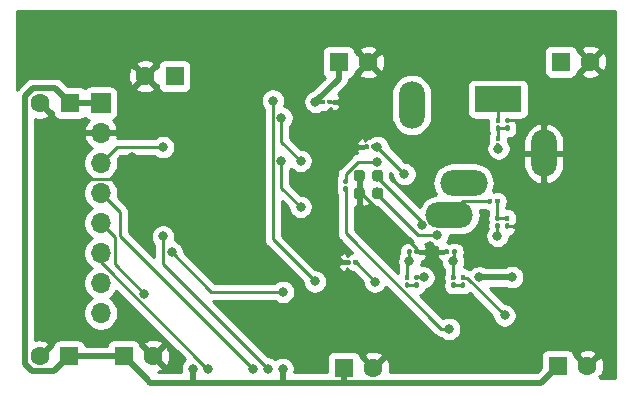
<source format=gbr>
G04 #@! TF.GenerationSoftware,KiCad,Pcbnew,(5.1.9)-1*
G04 #@! TF.CreationDate,2021-01-15T03:22:01+08:00*
G04 #@! TF.ProjectId,opl3,6f706c33-2e6b-4696-9361-645f70636258,rev?*
G04 #@! TF.SameCoordinates,Original*
G04 #@! TF.FileFunction,Copper,L2,Bot*
G04 #@! TF.FilePolarity,Positive*
%FSLAX46Y46*%
G04 Gerber Fmt 4.6, Leading zero omitted, Abs format (unit mm)*
G04 Created by KiCad (PCBNEW (5.1.9)-1) date 2021-01-15 03:22:01*
%MOMM*%
%LPD*%
G01*
G04 APERTURE LIST*
G04 #@! TA.AperFunction,ComponentPad*
%ADD10C,1.600000*%
G04 #@! TD*
G04 #@! TA.AperFunction,ComponentPad*
%ADD11R,1.600000X1.600000*%
G04 #@! TD*
G04 #@! TA.AperFunction,ComponentPad*
%ADD12O,2.200000X4.000000*%
G04 #@! TD*
G04 #@! TA.AperFunction,ComponentPad*
%ADD13O,4.000000X2.200000*%
G04 #@! TD*
G04 #@! TA.AperFunction,ComponentPad*
%ADD14R,4.000000X2.200000*%
G04 #@! TD*
G04 #@! TA.AperFunction,ComponentPad*
%ADD15O,1.700000X1.700000*%
G04 #@! TD*
G04 #@! TA.AperFunction,ComponentPad*
%ADD16R,1.700000X1.700000*%
G04 #@! TD*
G04 #@! TA.AperFunction,ViaPad*
%ADD17C,0.800000*%
G04 #@! TD*
G04 #@! TA.AperFunction,Conductor*
%ADD18C,0.250000*%
G04 #@! TD*
G04 #@! TA.AperFunction,Conductor*
%ADD19C,0.500000*%
G04 #@! TD*
G04 #@! TA.AperFunction,Conductor*
%ADD20C,0.254000*%
G04 #@! TD*
G04 #@! TA.AperFunction,Conductor*
%ADD21C,0.100000*%
G04 #@! TD*
G04 APERTURE END LIST*
D10*
G04 #@! TO.P,C5,2*
G04 #@! TO.N,GND*
X173365800Y-118884700D03*
D11*
G04 #@! TO.P,C5,1*
G04 #@! TO.N,+5V*
X170865800Y-118884700D03*
G04 #@! TD*
G04 #@! TO.P,R22,2*
G04 #@! TO.N,Net-(C22-Pad1)*
G04 #@! TA.AperFunction,SMDPad,CuDef*
G36*
G01*
X166673200Y-106590000D02*
X166473200Y-106590000D01*
G75*
G02*
X166373200Y-106490000I0J100000D01*
G01*
X166373200Y-106230000D01*
G75*
G02*
X166473200Y-106130000I100000J0D01*
G01*
X166673200Y-106130000D01*
G75*
G02*
X166773200Y-106230000I0J-100000D01*
G01*
X166773200Y-106490000D01*
G75*
G02*
X166673200Y-106590000I-100000J0D01*
G01*
G37*
G04 #@! TD.AperFunction*
G04 #@! TO.P,R22,1*
G04 #@! TO.N,GND*
G04 #@! TA.AperFunction,SMDPad,CuDef*
G36*
G01*
X166673200Y-107230000D02*
X166473200Y-107230000D01*
G75*
G02*
X166373200Y-107130000I0J100000D01*
G01*
X166373200Y-106870000D01*
G75*
G02*
X166473200Y-106770000I100000J0D01*
G01*
X166673200Y-106770000D01*
G75*
G02*
X166773200Y-106870000I0J-100000D01*
G01*
X166773200Y-107130000D01*
G75*
G02*
X166673200Y-107230000I-100000J0D01*
G01*
G37*
G04 #@! TD.AperFunction*
G04 #@! TD*
G04 #@! TO.P,R12,2*
G04 #@! TO.N,GND*
G04 #@! TA.AperFunction,SMDPad,CuDef*
G36*
G01*
X161695300Y-109094600D02*
X161695300Y-109294600D01*
G75*
G02*
X161595300Y-109394600I-100000J0D01*
G01*
X161335300Y-109394600D01*
G75*
G02*
X161235300Y-109294600I0J100000D01*
G01*
X161235300Y-109094600D01*
G75*
G02*
X161335300Y-108994600I100000J0D01*
G01*
X161595300Y-108994600D01*
G75*
G02*
X161695300Y-109094600I0J-100000D01*
G01*
G37*
G04 #@! TD.AperFunction*
G04 #@! TO.P,R12,1*
G04 #@! TO.N,Net-(R12-Pad1)*
G04 #@! TA.AperFunction,SMDPad,CuDef*
G36*
G01*
X162335300Y-109094600D02*
X162335300Y-109294600D01*
G75*
G02*
X162235300Y-109394600I-100000J0D01*
G01*
X161975300Y-109394600D01*
G75*
G02*
X161875300Y-109294600I0J100000D01*
G01*
X161875300Y-109094600D01*
G75*
G02*
X161975300Y-108994600I100000J0D01*
G01*
X162235300Y-108994600D01*
G75*
G02*
X162335300Y-109094600I0J-100000D01*
G01*
G37*
G04 #@! TD.AperFunction*
G04 #@! TD*
G04 #@! TO.P,R11,2*
G04 #@! TO.N,Net-(R11-Pad2)*
G04 #@! TA.AperFunction,SMDPad,CuDef*
G36*
G01*
X158520300Y-109094600D02*
X158520300Y-109294600D01*
G75*
G02*
X158420300Y-109394600I-100000J0D01*
G01*
X158160300Y-109394600D01*
G75*
G02*
X158060300Y-109294600I0J100000D01*
G01*
X158060300Y-109094600D01*
G75*
G02*
X158160300Y-108994600I100000J0D01*
G01*
X158420300Y-108994600D01*
G75*
G02*
X158520300Y-109094600I0J-100000D01*
G01*
G37*
G04 #@! TD.AperFunction*
G04 #@! TO.P,R11,1*
G04 #@! TO.N,GND*
G04 #@! TA.AperFunction,SMDPad,CuDef*
G36*
G01*
X159160300Y-109094600D02*
X159160300Y-109294600D01*
G75*
G02*
X159060300Y-109394600I-100000J0D01*
G01*
X158800300Y-109394600D01*
G75*
G02*
X158700300Y-109294600I0J100000D01*
G01*
X158700300Y-109094600D01*
G75*
G02*
X158800300Y-108994600I100000J0D01*
G01*
X159060300Y-108994600D01*
G75*
G02*
X159160300Y-109094600I0J-100000D01*
G01*
G37*
G04 #@! TD.AperFunction*
G04 #@! TD*
G04 #@! TO.P,R10,2*
G04 #@! TO.N,Net-(C22-Pad1)*
G04 #@! TA.AperFunction,SMDPad,CuDef*
G36*
G01*
X165520200Y-105014700D02*
X165520200Y-104814700D01*
G75*
G02*
X165620200Y-104714700I100000J0D01*
G01*
X165880200Y-104714700D01*
G75*
G02*
X165980200Y-104814700I0J-100000D01*
G01*
X165980200Y-105014700D01*
G75*
G02*
X165880200Y-105114700I-100000J0D01*
G01*
X165620200Y-105114700D01*
G75*
G02*
X165520200Y-105014700I0J100000D01*
G01*
G37*
G04 #@! TD.AperFunction*
G04 #@! TO.P,R10,1*
G04 #@! TO.N,Net-(J2-PadR)*
G04 #@! TA.AperFunction,SMDPad,CuDef*
G36*
G01*
X164880200Y-105014700D02*
X164880200Y-104814700D01*
G75*
G02*
X164980200Y-104714700I100000J0D01*
G01*
X165240200Y-104714700D01*
G75*
G02*
X165340200Y-104814700I0J-100000D01*
G01*
X165340200Y-105014700D01*
G75*
G02*
X165240200Y-105114700I-100000J0D01*
G01*
X164980200Y-105114700D01*
G75*
G02*
X164880200Y-105014700I0J100000D01*
G01*
G37*
G04 #@! TD.AperFunction*
G04 #@! TD*
G04 #@! TO.P,R9,2*
G04 #@! TO.N,Net-(C21-Pad1)*
G04 #@! TA.AperFunction,SMDPad,CuDef*
G36*
G01*
X165698500Y-98489600D02*
X165898500Y-98489600D01*
G75*
G02*
X165998500Y-98589600I0J-100000D01*
G01*
X165998500Y-98849600D01*
G75*
G02*
X165898500Y-98949600I-100000J0D01*
G01*
X165698500Y-98949600D01*
G75*
G02*
X165598500Y-98849600I0J100000D01*
G01*
X165598500Y-98589600D01*
G75*
G02*
X165698500Y-98489600I100000J0D01*
G01*
G37*
G04 #@! TD.AperFunction*
G04 #@! TO.P,R9,1*
G04 #@! TO.N,Net-(J2-PadT)*
G04 #@! TA.AperFunction,SMDPad,CuDef*
G36*
G01*
X165698500Y-97849600D02*
X165898500Y-97849600D01*
G75*
G02*
X165998500Y-97949600I0J-100000D01*
G01*
X165998500Y-98209600D01*
G75*
G02*
X165898500Y-98309600I-100000J0D01*
G01*
X165698500Y-98309600D01*
G75*
G02*
X165598500Y-98209600I0J100000D01*
G01*
X165598500Y-97949600D01*
G75*
G02*
X165698500Y-97849600I100000J0D01*
G01*
G37*
G04 #@! TD.AperFunction*
G04 #@! TD*
G04 #@! TO.P,R6,2*
G04 #@! TO.N,Net-(C21-Pad1)*
G04 #@! TA.AperFunction,SMDPad,CuDef*
G36*
G01*
X166511300Y-98489600D02*
X166711300Y-98489600D01*
G75*
G02*
X166811300Y-98589600I0J-100000D01*
G01*
X166811300Y-98849600D01*
G75*
G02*
X166711300Y-98949600I-100000J0D01*
G01*
X166511300Y-98949600D01*
G75*
G02*
X166411300Y-98849600I0J100000D01*
G01*
X166411300Y-98589600D01*
G75*
G02*
X166511300Y-98489600I100000J0D01*
G01*
G37*
G04 #@! TD.AperFunction*
G04 #@! TO.P,R6,1*
G04 #@! TO.N,GND*
G04 #@! TA.AperFunction,SMDPad,CuDef*
G36*
G01*
X166511300Y-97849600D02*
X166711300Y-97849600D01*
G75*
G02*
X166811300Y-97949600I0J-100000D01*
G01*
X166811300Y-98209600D01*
G75*
G02*
X166711300Y-98309600I-100000J0D01*
G01*
X166511300Y-98309600D01*
G75*
G02*
X166411300Y-98209600I0J100000D01*
G01*
X166411300Y-97949600D01*
G75*
G02*
X166511300Y-97849600I100000J0D01*
G01*
G37*
G04 #@! TD.AperFunction*
G04 #@! TD*
G04 #@! TO.P,R4,2*
G04 #@! TO.N,Net-(R11-Pad2)*
G04 #@! TA.AperFunction,SMDPad,CuDef*
G36*
G01*
X158202300Y-111593800D02*
X158002300Y-111593800D01*
G75*
G02*
X157902300Y-111493800I0J100000D01*
G01*
X157902300Y-111233800D01*
G75*
G02*
X158002300Y-111133800I100000J0D01*
G01*
X158202300Y-111133800D01*
G75*
G02*
X158302300Y-111233800I0J-100000D01*
G01*
X158302300Y-111493800D01*
G75*
G02*
X158202300Y-111593800I-100000J0D01*
G01*
G37*
G04 #@! TD.AperFunction*
G04 #@! TO.P,R4,1*
G04 #@! TO.N,Net-(C20-Pad2)*
G04 #@! TA.AperFunction,SMDPad,CuDef*
G36*
G01*
X158202300Y-112233800D02*
X158002300Y-112233800D01*
G75*
G02*
X157902300Y-112133800I0J100000D01*
G01*
X157902300Y-111873800D01*
G75*
G02*
X158002300Y-111773800I100000J0D01*
G01*
X158202300Y-111773800D01*
G75*
G02*
X158302300Y-111873800I0J-100000D01*
G01*
X158302300Y-112133800D01*
G75*
G02*
X158202300Y-112233800I-100000J0D01*
G01*
G37*
G04 #@! TD.AperFunction*
G04 #@! TD*
G04 #@! TO.P,R2,2*
G04 #@! TO.N,Net-(R12-Pad1)*
G04 #@! TA.AperFunction,SMDPad,CuDef*
G36*
G01*
X162126600Y-111606500D02*
X161926600Y-111606500D01*
G75*
G02*
X161826600Y-111506500I0J100000D01*
G01*
X161826600Y-111246500D01*
G75*
G02*
X161926600Y-111146500I100000J0D01*
G01*
X162126600Y-111146500D01*
G75*
G02*
X162226600Y-111246500I0J-100000D01*
G01*
X162226600Y-111506500D01*
G75*
G02*
X162126600Y-111606500I-100000J0D01*
G01*
G37*
G04 #@! TD.AperFunction*
G04 #@! TO.P,R2,1*
G04 #@! TO.N,Net-(C19-Pad2)*
G04 #@! TA.AperFunction,SMDPad,CuDef*
G36*
G01*
X162126600Y-112246500D02*
X161926600Y-112246500D01*
G75*
G02*
X161826600Y-112146500I0J100000D01*
G01*
X161826600Y-111886500D01*
G75*
G02*
X161926600Y-111786500I100000J0D01*
G01*
X162126600Y-111786500D01*
G75*
G02*
X162226600Y-111886500I0J-100000D01*
G01*
X162226600Y-112146500D01*
G75*
G02*
X162126600Y-112246500I-100000J0D01*
G01*
G37*
G04 #@! TD.AperFunction*
G04 #@! TD*
G04 #@! TO.P,R1,2*
G04 #@! TO.N,Net-(R1-Pad2)*
G04 #@! TA.AperFunction,SMDPad,CuDef*
G36*
G01*
X153008000Y-103465800D02*
X152808000Y-103465800D01*
G75*
G02*
X152708000Y-103365800I0J100000D01*
G01*
X152708000Y-103105800D01*
G75*
G02*
X152808000Y-103005800I100000J0D01*
G01*
X153008000Y-103005800D01*
G75*
G02*
X153108000Y-103105800I0J-100000D01*
G01*
X153108000Y-103365800D01*
G75*
G02*
X153008000Y-103465800I-100000J0D01*
G01*
G37*
G04 #@! TD.AperFunction*
G04 #@! TO.P,R1,1*
G04 #@! TO.N,Net-(R1-Pad1)*
G04 #@! TA.AperFunction,SMDPad,CuDef*
G36*
G01*
X153008000Y-104105800D02*
X152808000Y-104105800D01*
G75*
G02*
X152708000Y-104005800I0J100000D01*
G01*
X152708000Y-103745800D01*
G75*
G02*
X152808000Y-103645800I100000J0D01*
G01*
X153008000Y-103645800D01*
G75*
G02*
X153108000Y-103745800I0J-100000D01*
G01*
X153108000Y-104005800D01*
G75*
G02*
X153008000Y-104105800I-100000J0D01*
G01*
G37*
G04 #@! TD.AperFunction*
G04 #@! TD*
D12*
G04 #@! TO.P,J2,S*
G04 #@! TO.N,GND*
X169696000Y-100866000D03*
D13*
G04 #@! TO.P,J2,R*
G04 #@! TO.N,Net-(J2-PadR)*
X161696000Y-106066000D03*
G04 #@! TO.P,J2,RN*
G04 #@! TO.N,N/C*
X162896000Y-103366000D03*
D12*
G04 #@! TO.P,J2,TN*
X158496000Y-96766000D03*
D14*
G04 #@! TO.P,J2,T*
G04 #@! TO.N,Net-(J2-PadT)*
X165796000Y-96266000D03*
G04 #@! TD*
D15*
G04 #@! TO.P,J1,8*
G04 #@! TO.N,A1*
X132168900Y-114376200D03*
G04 #@! TO.P,J1,7*
G04 #@! TO.N,~RST*
X132168900Y-111836200D03*
G04 #@! TO.P,J1,6*
G04 #@! TO.N,Net-(J1-Pad6)*
X132168900Y-109296200D03*
G04 #@! TO.P,J1,5*
G04 #@! TO.N,~WR*
X132168900Y-106756200D03*
G04 #@! TO.P,J1,4*
G04 #@! TO.N,Net-(J1-Pad4)*
X132168900Y-104216200D03*
G04 #@! TO.P,J1,3*
G04 #@! TO.N,A0*
X132168900Y-101676200D03*
G04 #@! TO.P,J1,2*
G04 #@! TO.N,GND*
X132168900Y-99136200D03*
D16*
G04 #@! TO.P,J1,1*
G04 #@! TO.N,+5V*
X132168900Y-96596200D03*
G04 #@! TD*
G04 #@! TO.P,C22,2*
G04 #@! TO.N,Net-(C22-Pad2)*
G04 #@! TA.AperFunction,SMDPad,CuDef*
G36*
G01*
X165647700Y-106770000D02*
X165847700Y-106770000D01*
G75*
G02*
X165947700Y-106870000I0J-100000D01*
G01*
X165947700Y-107130000D01*
G75*
G02*
X165847700Y-107230000I-100000J0D01*
G01*
X165647700Y-107230000D01*
G75*
G02*
X165547700Y-107130000I0J100000D01*
G01*
X165547700Y-106870000D01*
G75*
G02*
X165647700Y-106770000I100000J0D01*
G01*
G37*
G04 #@! TD.AperFunction*
G04 #@! TO.P,C22,1*
G04 #@! TO.N,Net-(C22-Pad1)*
G04 #@! TA.AperFunction,SMDPad,CuDef*
G36*
G01*
X165647700Y-106130000D02*
X165847700Y-106130000D01*
G75*
G02*
X165947700Y-106230000I0J-100000D01*
G01*
X165947700Y-106490000D01*
G75*
G02*
X165847700Y-106590000I-100000J0D01*
G01*
X165647700Y-106590000D01*
G75*
G02*
X165547700Y-106490000I0J100000D01*
G01*
X165547700Y-106230000D01*
G75*
G02*
X165647700Y-106130000I100000J0D01*
G01*
G37*
G04 #@! TD.AperFunction*
G04 #@! TD*
G04 #@! TO.P,C21,2*
G04 #@! TO.N,Net-(C21-Pad2)*
G04 #@! TA.AperFunction,SMDPad,CuDef*
G36*
G01*
X165698500Y-100000900D02*
X165898500Y-100000900D01*
G75*
G02*
X165998500Y-100100900I0J-100000D01*
G01*
X165998500Y-100360900D01*
G75*
G02*
X165898500Y-100460900I-100000J0D01*
G01*
X165698500Y-100460900D01*
G75*
G02*
X165598500Y-100360900I0J100000D01*
G01*
X165598500Y-100100900D01*
G75*
G02*
X165698500Y-100000900I100000J0D01*
G01*
G37*
G04 #@! TD.AperFunction*
G04 #@! TO.P,C21,1*
G04 #@! TO.N,Net-(C21-Pad1)*
G04 #@! TA.AperFunction,SMDPad,CuDef*
G36*
G01*
X165698500Y-99360900D02*
X165898500Y-99360900D01*
G75*
G02*
X165998500Y-99460900I0J-100000D01*
G01*
X165998500Y-99720900D01*
G75*
G02*
X165898500Y-99820900I-100000J0D01*
G01*
X165698500Y-99820900D01*
G75*
G02*
X165598500Y-99720900I0J100000D01*
G01*
X165598500Y-99460900D01*
G75*
G02*
X165698500Y-99360900I100000J0D01*
G01*
G37*
G04 #@! TD.AperFunction*
G04 #@! TD*
G04 #@! TO.P,C20,2*
G04 #@! TO.N,Net-(C20-Pad2)*
G04 #@! TA.AperFunction,SMDPad,CuDef*
G36*
G01*
X158815100Y-111773800D02*
X159015100Y-111773800D01*
G75*
G02*
X159115100Y-111873800I0J-100000D01*
G01*
X159115100Y-112133800D01*
G75*
G02*
X159015100Y-112233800I-100000J0D01*
G01*
X158815100Y-112233800D01*
G75*
G02*
X158715100Y-112133800I0J100000D01*
G01*
X158715100Y-111873800D01*
G75*
G02*
X158815100Y-111773800I100000J0D01*
G01*
G37*
G04 #@! TD.AperFunction*
G04 #@! TO.P,C20,1*
G04 #@! TO.N,Net-(C20-Pad1)*
G04 #@! TA.AperFunction,SMDPad,CuDef*
G36*
G01*
X158815100Y-111133800D02*
X159015100Y-111133800D01*
G75*
G02*
X159115100Y-111233800I0J-100000D01*
G01*
X159115100Y-111493800D01*
G75*
G02*
X159015100Y-111593800I-100000J0D01*
G01*
X158815100Y-111593800D01*
G75*
G02*
X158715100Y-111493800I0J100000D01*
G01*
X158715100Y-111233800D01*
G75*
G02*
X158815100Y-111133800I100000J0D01*
G01*
G37*
G04 #@! TD.AperFunction*
G04 #@! TD*
G04 #@! TO.P,C19,2*
G04 #@! TO.N,Net-(C19-Pad2)*
G04 #@! TA.AperFunction,SMDPad,CuDef*
G36*
G01*
X162739400Y-111786500D02*
X162939400Y-111786500D01*
G75*
G02*
X163039400Y-111886500I0J-100000D01*
G01*
X163039400Y-112146500D01*
G75*
G02*
X162939400Y-112246500I-100000J0D01*
G01*
X162739400Y-112246500D01*
G75*
G02*
X162639400Y-112146500I0J100000D01*
G01*
X162639400Y-111886500D01*
G75*
G02*
X162739400Y-111786500I100000J0D01*
G01*
G37*
G04 #@! TD.AperFunction*
G04 #@! TO.P,C19,1*
G04 #@! TO.N,Net-(C19-Pad1)*
G04 #@! TA.AperFunction,SMDPad,CuDef*
G36*
G01*
X162739400Y-111146500D02*
X162939400Y-111146500D01*
G75*
G02*
X163039400Y-111246500I0J-100000D01*
G01*
X163039400Y-111506500D01*
G75*
G02*
X162939400Y-111606500I-100000J0D01*
G01*
X162739400Y-111606500D01*
G75*
G02*
X162639400Y-111506500I0J100000D01*
G01*
X162639400Y-111246500D01*
G75*
G02*
X162739400Y-111146500I100000J0D01*
G01*
G37*
G04 #@! TD.AperFunction*
G04 #@! TD*
G04 #@! TO.P,C18,2*
G04 #@! TO.N,Net-(C18-Pad2)*
G04 #@! TA.AperFunction,SMDPad,CuDef*
G36*
G01*
X155080800Y-100404600D02*
X155080800Y-100204600D01*
G75*
G02*
X155180800Y-100104600I100000J0D01*
G01*
X155440800Y-100104600D01*
G75*
G02*
X155540800Y-100204600I0J-100000D01*
G01*
X155540800Y-100404600D01*
G75*
G02*
X155440800Y-100504600I-100000J0D01*
G01*
X155180800Y-100504600D01*
G75*
G02*
X155080800Y-100404600I0J100000D01*
G01*
G37*
G04 #@! TD.AperFunction*
G04 #@! TO.P,C18,1*
G04 #@! TO.N,GND*
G04 #@! TA.AperFunction,SMDPad,CuDef*
G36*
G01*
X154440800Y-100404600D02*
X154440800Y-100204600D01*
G75*
G02*
X154540800Y-100104600I100000J0D01*
G01*
X154800800Y-100104600D01*
G75*
G02*
X154900800Y-100204600I0J-100000D01*
G01*
X154900800Y-100404600D01*
G75*
G02*
X154800800Y-100504600I-100000J0D01*
G01*
X154540800Y-100504600D01*
G75*
G02*
X154440800Y-100404600I0J100000D01*
G01*
G37*
G04 #@! TD.AperFunction*
G04 #@! TD*
D10*
G04 #@! TO.P,C17,2*
G04 #@! TO.N,GND*
X135917300Y-94322900D03*
D11*
G04 #@! TO.P,C17,1*
G04 #@! TO.N,Net-(C17-Pad1)*
X138417300Y-94322900D03*
G04 #@! TD*
G04 #@! TO.P,C16,2*
G04 #@! TO.N,Net-(C16-Pad2)*
G04 #@! TA.AperFunction,SMDPad,CuDef*
G36*
G01*
X155163400Y-104504300D02*
X155163400Y-104004300D01*
G75*
G02*
X155388400Y-103779300I225000J0D01*
G01*
X155838400Y-103779300D01*
G75*
G02*
X156063400Y-104004300I0J-225000D01*
G01*
X156063400Y-104504300D01*
G75*
G02*
X155838400Y-104729300I-225000J0D01*
G01*
X155388400Y-104729300D01*
G75*
G02*
X155163400Y-104504300I0J225000D01*
G01*
G37*
G04 #@! TD.AperFunction*
G04 #@! TO.P,C16,1*
G04 #@! TO.N,GND*
G04 #@! TA.AperFunction,SMDPad,CuDef*
G36*
G01*
X153613400Y-104504300D02*
X153613400Y-104004300D01*
G75*
G02*
X153838400Y-103779300I225000J0D01*
G01*
X154288400Y-103779300D01*
G75*
G02*
X154513400Y-104004300I0J-225000D01*
G01*
X154513400Y-104504300D01*
G75*
G02*
X154288400Y-104729300I-225000J0D01*
G01*
X153838400Y-104729300D01*
G75*
G02*
X153613400Y-104504300I0J225000D01*
G01*
G37*
G04 #@! TD.AperFunction*
G04 #@! TD*
G04 #@! TO.P,C15,2*
G04 #@! TO.N,GND*
G04 #@! TA.AperFunction,SMDPad,CuDef*
G36*
G01*
X154513400Y-102493000D02*
X154513400Y-102993000D01*
G75*
G02*
X154288400Y-103218000I-225000J0D01*
G01*
X153838400Y-103218000D01*
G75*
G02*
X153613400Y-102993000I0J225000D01*
G01*
X153613400Y-102493000D01*
G75*
G02*
X153838400Y-102268000I225000J0D01*
G01*
X154288400Y-102268000D01*
G75*
G02*
X154513400Y-102493000I0J-225000D01*
G01*
G37*
G04 #@! TD.AperFunction*
G04 #@! TO.P,C15,1*
G04 #@! TO.N,Net-(C15-Pad1)*
G04 #@! TA.AperFunction,SMDPad,CuDef*
G36*
G01*
X156063400Y-102493000D02*
X156063400Y-102993000D01*
G75*
G02*
X155838400Y-103218000I-225000J0D01*
G01*
X155388400Y-103218000D01*
G75*
G02*
X155163400Y-102993000I0J225000D01*
G01*
X155163400Y-102493000D01*
G75*
G02*
X155388400Y-102268000I225000J0D01*
G01*
X155838400Y-102268000D01*
G75*
G02*
X156063400Y-102493000I0J-225000D01*
G01*
G37*
G04 #@! TD.AperFunction*
G04 #@! TD*
G04 #@! TO.P,C14,2*
G04 #@! TO.N,GND*
G04 #@! TA.AperFunction,SMDPad,CuDef*
G36*
G01*
X151347000Y-96607300D02*
X151347000Y-96407300D01*
G75*
G02*
X151447000Y-96307300I100000J0D01*
G01*
X151707000Y-96307300D01*
G75*
G02*
X151807000Y-96407300I0J-100000D01*
G01*
X151807000Y-96607300D01*
G75*
G02*
X151707000Y-96707300I-100000J0D01*
G01*
X151447000Y-96707300D01*
G75*
G02*
X151347000Y-96607300I0J100000D01*
G01*
G37*
G04 #@! TD.AperFunction*
G04 #@! TO.P,C14,1*
G04 #@! TO.N,+5V*
G04 #@! TA.AperFunction,SMDPad,CuDef*
G36*
G01*
X150707000Y-96607300D02*
X150707000Y-96407300D01*
G75*
G02*
X150807000Y-96307300I100000J0D01*
G01*
X151067000Y-96307300D01*
G75*
G02*
X151167000Y-96407300I0J-100000D01*
G01*
X151167000Y-96607300D01*
G75*
G02*
X151067000Y-96707300I-100000J0D01*
G01*
X150807000Y-96707300D01*
G75*
G02*
X150707000Y-96607300I0J100000D01*
G01*
G37*
G04 #@! TD.AperFunction*
G04 #@! TD*
D10*
G04 #@! TO.P,C12,2*
G04 #@! TO.N,GND*
X154811100Y-93141800D03*
D11*
G04 #@! TO.P,C12,1*
G04 #@! TO.N,+5V*
X152311100Y-93141800D03*
G04 #@! TD*
D10*
G04 #@! TO.P,C11,2*
G04 #@! TO.N,GND*
X127052700Y-96583500D03*
D11*
G04 #@! TO.P,C11,1*
G04 #@! TO.N,+5V*
X129552700Y-96583500D03*
G04 #@! TD*
D10*
G04 #@! TO.P,C10,2*
G04 #@! TO.N,GND*
X173619800Y-93103700D03*
D11*
G04 #@! TO.P,C10,1*
G04 #@! TO.N,+5V*
X171119800Y-93103700D03*
G04 #@! TD*
D10*
G04 #@! TO.P,C9,2*
G04 #@! TO.N,GND*
X126989200Y-118059200D03*
D11*
G04 #@! TO.P,C9,1*
G04 #@! TO.N,+5V*
X129489200Y-118059200D03*
G04 #@! TD*
D10*
G04 #@! TO.P,C8,2*
G04 #@! TO.N,GND*
X136601200Y-118021100D03*
D11*
G04 #@! TO.P,C8,1*
G04 #@! TO.N,+5V*
X134101200Y-118021100D03*
G04 #@! TD*
D10*
G04 #@! TO.P,C7,2*
G04 #@! TO.N,GND*
X155255600Y-119024400D03*
D11*
G04 #@! TO.P,C7,1*
G04 #@! TO.N,+5V*
X152755600Y-119024400D03*
G04 #@! TD*
G04 #@! TO.P,C1,2*
G04 #@! TO.N,GND*
G04 #@! TA.AperFunction,SMDPad,CuDef*
G36*
G01*
X153326000Y-109983600D02*
X153326000Y-110183600D01*
G75*
G02*
X153226000Y-110283600I-100000J0D01*
G01*
X152966000Y-110283600D01*
G75*
G02*
X152866000Y-110183600I0J100000D01*
G01*
X152866000Y-109983600D01*
G75*
G02*
X152966000Y-109883600I100000J0D01*
G01*
X153226000Y-109883600D01*
G75*
G02*
X153326000Y-109983600I0J-100000D01*
G01*
G37*
G04 #@! TD.AperFunction*
G04 #@! TO.P,C1,1*
G04 #@! TO.N,+5V*
G04 #@! TA.AperFunction,SMDPad,CuDef*
G36*
G01*
X153966000Y-109983600D02*
X153966000Y-110183600D01*
G75*
G02*
X153866000Y-110283600I-100000J0D01*
G01*
X153606000Y-110283600D01*
G75*
G02*
X153506000Y-110183600I0J100000D01*
G01*
X153506000Y-109983600D01*
G75*
G02*
X153606000Y-109883600I100000J0D01*
G01*
X153866000Y-109883600D01*
G75*
G02*
X153966000Y-109983600I0J-100000D01*
G01*
G37*
G04 #@! TD.AperFunction*
G04 #@! TD*
D17*
G04 #@! TO.N,GND*
X149123400Y-97764600D03*
X150291800Y-107721400D03*
X167513000Y-107696000D03*
X160070800Y-108686600D03*
X134785100Y-101155800D03*
X139623800Y-107975400D03*
X142443200Y-98196400D03*
G04 #@! TO.N,+5V*
X155384500Y-111715300D03*
X150342600Y-96494600D03*
X147574000Y-119100600D03*
X139966700Y-119086700D03*
G04 #@! TO.N,Net-(C15-Pad1)*
X155562300Y-102870000D03*
X159334200Y-106968713D03*
G04 #@! TO.N,Net-(C16-Pad2)*
X155586500Y-104114600D03*
X160669872Y-107761315D03*
G04 #@! TO.N,Net-(C18-Pad2)*
X155586500Y-100304600D03*
X157886537Y-102616000D03*
G04 #@! TO.N,Net-(C19-Pad1)*
X166367619Y-114575538D03*
G04 #@! TO.N,Net-(C20-Pad1)*
X159510186Y-111358468D03*
X167005000Y-111340900D03*
X164211000Y-111353600D03*
G04 #@! TO.N,Net-(C21-Pad2)*
X165836600Y-100457000D03*
G04 #@! TO.N,Net-(C22-Pad2)*
X165757221Y-107846781D03*
G04 #@! TO.N,Net-(J1-Pad6)*
X141236700Y-119086700D03*
G04 #@! TO.N,~WR*
X135864600Y-112755500D03*
G04 #@! TO.N,Net-(J1-Pad4)*
X145046700Y-119086700D03*
G04 #@! TO.N,A0*
X137437600Y-100330000D03*
G04 #@! TO.N,Net-(R1-Pad2)*
X155586500Y-101574600D03*
G04 #@! TO.N,Net-(R1-Pad1)*
X161671000Y-115714700D03*
G04 #@! TO.N,Net-(R12-Pad1)*
X161995400Y-109989700D03*
G04 #@! TO.N,Net-(R11-Pad2)*
X158295400Y-109989700D03*
G04 #@! TO.N,Net-(U1-Pad24)*
X150291800Y-111709200D03*
X146737600Y-96395000D03*
G04 #@! TO.N,Net-(U1-Pad23)*
X149086500Y-101494580D03*
X147462610Y-97845020D03*
G04 #@! TO.N,Net-(U1-Pad20)*
X149086500Y-105384600D03*
X147462610Y-101544980D03*
G04 #@! TO.N,D1*
X147586700Y-112586700D03*
X138176000Y-109220000D03*
G04 #@! TO.N,D0*
X146316700Y-119086700D03*
X137437600Y-107894980D03*
G04 #@! TD*
D18*
G04 #@! TO.N,GND*
X134823200Y-102997000D02*
X130556000Y-102997000D01*
X154670800Y-100304600D02*
X153974800Y-100304600D01*
X166573200Y-107000000D02*
X168061600Y-107000000D01*
X166611300Y-98079600D02*
X167706000Y-98079600D01*
X158930300Y-109194600D02*
X159308800Y-109194600D01*
X154670800Y-100304600D02*
X153771600Y-100304600D01*
X154190000Y-104254300D02*
X154063400Y-104254300D01*
X158930300Y-108994600D02*
X154190000Y-104254300D01*
X158930300Y-109194600D02*
X158930300Y-108994600D01*
X160070800Y-108686600D02*
X160070800Y-109194600D01*
X160070800Y-109194600D02*
X158930300Y-109194600D01*
X161465300Y-109194600D02*
X160070800Y-109194600D01*
X151577000Y-96507300D02*
X151879300Y-96507300D01*
X152654000Y-110083600D02*
X150291800Y-107721400D01*
X153096000Y-110083600D02*
X152654000Y-110083600D01*
G04 #@! TO.N,+5V*
X153752800Y-110083600D02*
X155384500Y-111715300D01*
D19*
X129552700Y-117995700D02*
X129489200Y-118059200D01*
X128302699Y-95333499D02*
X129552700Y-96583500D01*
X125739199Y-96046999D02*
X126452699Y-95333499D01*
X126452699Y-95333499D02*
X128302699Y-95333499D01*
X125739199Y-118659201D02*
X125739199Y-96046999D01*
X126389199Y-119309201D02*
X125739199Y-118659201D01*
X128239199Y-119309201D02*
X126389199Y-119309201D01*
X129489200Y-118059200D02*
X128239199Y-119309201D01*
X134063100Y-118059200D02*
X134101200Y-118021100D01*
X129489200Y-118059200D02*
X134063100Y-118059200D01*
X129565400Y-96596200D02*
X129552700Y-96583500D01*
X132168900Y-96596200D02*
X129565400Y-96596200D01*
X152311100Y-94424500D02*
X152311100Y-93141800D01*
X152311100Y-94526100D02*
X152311100Y-94424500D01*
X150342600Y-96494600D02*
X152311100Y-94526100D01*
D18*
X150924300Y-96494600D02*
X150937000Y-96507300D01*
X150342600Y-96494600D02*
X150924300Y-96494600D01*
D19*
X135916350Y-119836250D02*
X134101200Y-118021100D01*
X136157701Y-120077601D02*
X135916350Y-119836250D01*
X136354501Y-120274401D02*
X135916350Y-119836250D01*
X139966700Y-119086700D02*
X139966700Y-120256300D01*
X139948599Y-120274401D02*
X136354501Y-120274401D01*
X139966700Y-120256300D02*
X139948599Y-120274401D01*
X147604801Y-120274401D02*
X139948599Y-120274401D01*
X147574000Y-119100600D02*
X147574000Y-120243600D01*
X147574000Y-120243600D02*
X147604801Y-120274401D01*
X152699399Y-120274401D02*
X147604801Y-120274401D01*
X152755600Y-119024400D02*
X152755600Y-120218200D01*
X154005601Y-120274401D02*
X152699399Y-120274401D01*
X152755600Y-120218200D02*
X152699399Y-120274401D01*
X169476099Y-120274401D02*
X170865800Y-118884700D01*
X154005601Y-120274401D02*
X169476099Y-120274401D01*
D18*
G04 #@! TO.N,Net-(C15-Pad1)*
X159396075Y-106703775D02*
X159396075Y-106968713D01*
X155562300Y-102870000D02*
X159396075Y-106703775D01*
G04 #@! TO.N,Net-(C16-Pad2)*
X155625200Y-104311385D02*
X155625200Y-104254300D01*
X155586500Y-104294015D02*
X155586500Y-104114600D01*
X159053800Y-107761315D02*
X155586500Y-104294015D01*
X160669872Y-107761315D02*
X159053800Y-107761315D01*
G04 #@! TO.N,Net-(C18-Pad2)*
X155588352Y-100306452D02*
X155586500Y-100304600D01*
X157886537Y-102604637D02*
X157886537Y-102616000D01*
X155586500Y-100304600D02*
X157886537Y-102604637D01*
G04 #@! TO.N,Net-(C19-Pad2)*
X162026600Y-112016500D02*
X162839400Y-112016500D01*
G04 #@! TO.N,Net-(C19-Pad1)*
X163168581Y-111376500D02*
X162839400Y-111376500D01*
X166367619Y-114575538D02*
X163168581Y-111376500D01*
G04 #@! TO.N,Net-(C20-Pad2)*
X158102300Y-112003800D02*
X158915100Y-112003800D01*
G04 #@! TO.N,Net-(C20-Pad1)*
X158920432Y-111358468D02*
X158915100Y-111363800D01*
X159510186Y-111358468D02*
X158920432Y-111358468D01*
D19*
X166992300Y-111353600D02*
X167005000Y-111340900D01*
X164211000Y-111353600D02*
X166992300Y-111353600D01*
D18*
G04 #@! TO.N,Net-(C21-Pad2)*
X165836600Y-100269000D02*
X165798500Y-100230900D01*
X165836600Y-100457000D02*
X165836600Y-100269000D01*
G04 #@! TO.N,Net-(C21-Pad1)*
X165798500Y-98719600D02*
X166611300Y-98719600D01*
X165798500Y-99590900D02*
X165798500Y-98719600D01*
G04 #@! TO.N,Net-(C22-Pad2)*
X165757221Y-107009521D02*
X165747700Y-107000000D01*
X165757221Y-107846781D02*
X165757221Y-107009521D01*
G04 #@! TO.N,Net-(C22-Pad1)*
X165747700Y-104917200D02*
X165750200Y-104914700D01*
X165747700Y-106360000D02*
X165747700Y-104917200D01*
X165747700Y-106360000D02*
X166573200Y-106360000D01*
G04 #@! TO.N,Net-(J1-Pad6)*
X132168900Y-110097198D02*
X132168900Y-109296200D01*
X141158402Y-119086700D02*
X132168900Y-110097198D01*
X141236700Y-119086700D02*
X141158402Y-119086700D01*
G04 #@! TO.N,~WR*
X133343901Y-110234801D02*
X135864600Y-112755500D01*
X133343901Y-107931201D02*
X133343901Y-110234801D01*
X132168900Y-106756200D02*
X133343901Y-107931201D01*
G04 #@! TO.N,Net-(J1-Pad4)*
X145046700Y-119086700D02*
X135078302Y-109118302D01*
X135078302Y-109118302D02*
X135077102Y-109118302D01*
X135077102Y-109118302D02*
X133788150Y-107829350D01*
X133788150Y-107829350D02*
X133788150Y-105835450D01*
X132168900Y-104216200D02*
X133788150Y-105835450D01*
G04 #@! TO.N,A0*
X133515100Y-100330000D02*
X132168900Y-101676200D01*
X137437600Y-100330000D02*
X133515100Y-100330000D01*
G04 #@! TO.N,Net-(R1-Pad2)*
X153978966Y-101574600D02*
X155586500Y-101574600D01*
X152908000Y-102645566D02*
X153978966Y-101574600D01*
X152908000Y-103235800D02*
X152908000Y-102645566D01*
G04 #@! TO.N,Net-(R1-Pad1)*
X152908000Y-107640558D02*
X160982142Y-115714700D01*
X152908000Y-103875800D02*
X152908000Y-107640558D01*
X160982142Y-115714700D02*
X161671000Y-115714700D01*
G04 #@! TO.N,Net-(R12-Pad1)*
X161995400Y-111345300D02*
X162026600Y-111376500D01*
X161995400Y-109989700D02*
X161995400Y-111345300D01*
X162105300Y-109879800D02*
X162105300Y-109194600D01*
X161995400Y-109989700D02*
X162105300Y-109879800D01*
G04 #@! TO.N,Net-(R11-Pad2)*
X158102300Y-110182800D02*
X158295400Y-109989700D01*
X158102300Y-111363800D02*
X158102300Y-110182800D01*
X158295400Y-109199700D02*
X158290300Y-109194600D01*
X158295400Y-109989700D02*
X158295400Y-109199700D01*
G04 #@! TO.N,Net-(U1-Pad24)*
X146737600Y-96520000D02*
X146737600Y-96520000D01*
X150291800Y-111709200D02*
X146737600Y-108155000D01*
X146737600Y-108155000D02*
X146737600Y-96395000D01*
G04 #@! TO.N,Net-(U1-Pad23)*
X147462610Y-99870690D02*
X147462610Y-97845020D01*
X149086500Y-101494580D02*
X147462610Y-99870690D01*
G04 #@! TO.N,Net-(U1-Pad20)*
X149086500Y-105384600D02*
X149086500Y-105384600D01*
X147462610Y-103760710D02*
X147462610Y-101544980D01*
X149086500Y-105384600D02*
X147462610Y-103760710D01*
G04 #@! TO.N,D1*
X141542700Y-112586700D02*
X138176000Y-109220000D01*
X147586700Y-112586700D02*
X141542700Y-112586700D01*
G04 #@! TO.N,D0*
X146316700Y-119086700D02*
X137437600Y-110207600D01*
X137437600Y-110207600D02*
X137437600Y-107894980D01*
G04 #@! TO.N,Net-(J2-PadT)*
X165796000Y-98077100D02*
X165798500Y-98079600D01*
X165796000Y-96266000D02*
X165796000Y-98077100D01*
G04 #@! TO.N,Net-(J2-PadR)*
X162847300Y-104914700D02*
X161696000Y-106066000D01*
X165110200Y-104914700D02*
X162847300Y-104914700D01*
G04 #@! TD*
D20*
G04 #@! TO.N,GND*
X175743401Y-119888000D02*
X174400847Y-119888000D01*
X174474777Y-119814070D01*
X174358504Y-119697797D01*
X174602471Y-119626214D01*
X174723371Y-119370704D01*
X174792100Y-119096516D01*
X174806017Y-118814188D01*
X174764587Y-118534570D01*
X174669403Y-118268408D01*
X174602471Y-118143186D01*
X174358502Y-118071603D01*
X173545405Y-118884700D01*
X173559548Y-118898843D01*
X173379943Y-119078448D01*
X173365800Y-119064305D01*
X173351658Y-119078448D01*
X173172053Y-118898843D01*
X173186195Y-118884700D01*
X172373098Y-118071603D01*
X172303872Y-118091915D01*
X172303872Y-118084700D01*
X172291612Y-117960218D01*
X172270918Y-117891998D01*
X172552703Y-117891998D01*
X173365800Y-118705095D01*
X174178897Y-117891998D01*
X174107314Y-117648029D01*
X173851804Y-117527129D01*
X173577616Y-117458400D01*
X173295288Y-117444483D01*
X173015670Y-117485913D01*
X172749508Y-117581097D01*
X172624286Y-117648029D01*
X172552703Y-117891998D01*
X172270918Y-117891998D01*
X172255302Y-117840520D01*
X172196337Y-117730206D01*
X172116985Y-117633515D01*
X172020294Y-117554163D01*
X171909980Y-117495198D01*
X171790282Y-117458888D01*
X171665800Y-117446628D01*
X170065800Y-117446628D01*
X169941318Y-117458888D01*
X169821620Y-117495198D01*
X169711306Y-117554163D01*
X169614615Y-117633515D01*
X169535263Y-117730206D01*
X169476298Y-117840520D01*
X169439988Y-117960218D01*
X169427728Y-118084700D01*
X169427728Y-119071194D01*
X169109521Y-119389401D01*
X156643502Y-119389401D01*
X156681900Y-119236216D01*
X156695817Y-118953888D01*
X156654387Y-118674270D01*
X156559203Y-118408108D01*
X156492271Y-118282886D01*
X156248302Y-118211303D01*
X155435205Y-119024400D01*
X155449348Y-119038543D01*
X155269743Y-119218148D01*
X155255600Y-119204005D01*
X155241458Y-119218148D01*
X155061853Y-119038543D01*
X155075995Y-119024400D01*
X154262898Y-118211303D01*
X154193672Y-118231615D01*
X154193672Y-118224400D01*
X154181412Y-118099918D01*
X154160718Y-118031698D01*
X154442503Y-118031698D01*
X155255600Y-118844795D01*
X156068697Y-118031698D01*
X155997114Y-117787729D01*
X155741604Y-117666829D01*
X155467416Y-117598100D01*
X155185088Y-117584183D01*
X154905470Y-117625613D01*
X154639308Y-117720797D01*
X154514086Y-117787729D01*
X154442503Y-118031698D01*
X154160718Y-118031698D01*
X154145102Y-117980220D01*
X154086137Y-117869906D01*
X154006785Y-117773215D01*
X153910094Y-117693863D01*
X153799780Y-117634898D01*
X153680082Y-117598588D01*
X153555600Y-117586328D01*
X151955600Y-117586328D01*
X151831118Y-117598588D01*
X151711420Y-117634898D01*
X151601106Y-117693863D01*
X151504415Y-117773215D01*
X151425063Y-117869906D01*
X151366098Y-117980220D01*
X151329788Y-118099918D01*
X151317528Y-118224400D01*
X151317528Y-119389401D01*
X148571831Y-119389401D01*
X148609000Y-119202539D01*
X148609000Y-118998661D01*
X148569226Y-118798702D01*
X148491205Y-118610344D01*
X148377937Y-118440826D01*
X148233774Y-118296663D01*
X148064256Y-118183395D01*
X147875898Y-118105374D01*
X147675939Y-118065600D01*
X147472061Y-118065600D01*
X147272102Y-118105374D01*
X147083744Y-118183395D01*
X146955751Y-118268917D01*
X146806956Y-118169495D01*
X146618598Y-118091474D01*
X146418639Y-118051700D01*
X146356502Y-118051700D01*
X141651501Y-113346700D01*
X146882989Y-113346700D01*
X146926926Y-113390637D01*
X147096444Y-113503905D01*
X147284802Y-113581926D01*
X147484761Y-113621700D01*
X147688639Y-113621700D01*
X147888598Y-113581926D01*
X148076956Y-113503905D01*
X148246474Y-113390637D01*
X148390637Y-113246474D01*
X148503905Y-113076956D01*
X148581926Y-112888598D01*
X148621700Y-112688639D01*
X148621700Y-112484761D01*
X148581926Y-112284802D01*
X148503905Y-112096444D01*
X148390637Y-111926926D01*
X148246474Y-111782763D01*
X148076956Y-111669495D01*
X147888598Y-111591474D01*
X147688639Y-111551700D01*
X147484761Y-111551700D01*
X147284802Y-111591474D01*
X147096444Y-111669495D01*
X146926926Y-111782763D01*
X146882989Y-111826700D01*
X141857502Y-111826700D01*
X139211000Y-109180199D01*
X139211000Y-109118061D01*
X139171226Y-108918102D01*
X139093205Y-108729744D01*
X138979937Y-108560226D01*
X138835774Y-108416063D01*
X138666256Y-108302795D01*
X138477898Y-108224774D01*
X138425581Y-108214368D01*
X138432826Y-108196878D01*
X138472600Y-107996919D01*
X138472600Y-107793041D01*
X138432826Y-107593082D01*
X138354805Y-107404724D01*
X138241537Y-107235206D01*
X138097374Y-107091043D01*
X137927856Y-106977775D01*
X137739498Y-106899754D01*
X137539539Y-106859980D01*
X137335661Y-106859980D01*
X137135702Y-106899754D01*
X136947344Y-106977775D01*
X136777826Y-107091043D01*
X136633663Y-107235206D01*
X136520395Y-107404724D01*
X136442374Y-107593082D01*
X136402600Y-107793041D01*
X136402600Y-107996919D01*
X136442374Y-108196878D01*
X136520395Y-108385236D01*
X136633663Y-108554754D01*
X136677601Y-108598692D01*
X136677600Y-109642799D01*
X135642106Y-108607305D01*
X135618303Y-108578301D01*
X135582618Y-108549015D01*
X134548150Y-107514549D01*
X134548150Y-105872772D01*
X134551826Y-105835449D01*
X134548150Y-105798126D01*
X134548150Y-105798117D01*
X134537153Y-105686464D01*
X134493696Y-105543203D01*
X134423124Y-105411174D01*
X134328151Y-105295449D01*
X134299153Y-105271651D01*
X133610110Y-104582608D01*
X133653900Y-104362460D01*
X133653900Y-104069940D01*
X133596832Y-103783042D01*
X133484890Y-103512789D01*
X133322375Y-103269568D01*
X133115532Y-103062725D01*
X132941140Y-102946200D01*
X133115532Y-102829675D01*
X133322375Y-102622832D01*
X133484890Y-102379611D01*
X133596832Y-102109358D01*
X133653900Y-101822460D01*
X133653900Y-101529940D01*
X133610110Y-101309792D01*
X133829902Y-101090000D01*
X136733889Y-101090000D01*
X136777826Y-101133937D01*
X136947344Y-101247205D01*
X137135702Y-101325226D01*
X137335661Y-101365000D01*
X137539539Y-101365000D01*
X137739498Y-101325226D01*
X137927856Y-101247205D01*
X138097374Y-101133937D01*
X138241537Y-100989774D01*
X138354805Y-100820256D01*
X138432826Y-100631898D01*
X138472600Y-100431939D01*
X138472600Y-100228061D01*
X138432826Y-100028102D01*
X138354805Y-99839744D01*
X138241537Y-99670226D01*
X138097374Y-99526063D01*
X137927856Y-99412795D01*
X137739498Y-99334774D01*
X137539539Y-99295000D01*
X137335661Y-99295000D01*
X137135702Y-99334774D01*
X136947344Y-99412795D01*
X136777826Y-99526063D01*
X136733889Y-99570000D01*
X133587048Y-99570000D01*
X133610376Y-99493090D01*
X133489055Y-99263200D01*
X132295900Y-99263200D01*
X132295900Y-99283200D01*
X132041900Y-99283200D01*
X132041900Y-99263200D01*
X130848745Y-99263200D01*
X130727424Y-99493090D01*
X130772075Y-99640299D01*
X130897259Y-99903120D01*
X131071312Y-100136469D01*
X131287545Y-100331378D01*
X131404434Y-100401005D01*
X131222268Y-100522725D01*
X131015425Y-100729568D01*
X130852910Y-100972789D01*
X130740968Y-101243042D01*
X130683900Y-101529940D01*
X130683900Y-101822460D01*
X130740968Y-102109358D01*
X130852910Y-102379611D01*
X131015425Y-102622832D01*
X131222268Y-102829675D01*
X131396660Y-102946200D01*
X131222268Y-103062725D01*
X131015425Y-103269568D01*
X130852910Y-103512789D01*
X130740968Y-103783042D01*
X130683900Y-104069940D01*
X130683900Y-104362460D01*
X130740968Y-104649358D01*
X130852910Y-104919611D01*
X131015425Y-105162832D01*
X131222268Y-105369675D01*
X131396660Y-105486200D01*
X131222268Y-105602725D01*
X131015425Y-105809568D01*
X130852910Y-106052789D01*
X130740968Y-106323042D01*
X130683900Y-106609940D01*
X130683900Y-106902460D01*
X130740968Y-107189358D01*
X130852910Y-107459611D01*
X131015425Y-107702832D01*
X131222268Y-107909675D01*
X131396660Y-108026200D01*
X131222268Y-108142725D01*
X131015425Y-108349568D01*
X130852910Y-108592789D01*
X130740968Y-108863042D01*
X130683900Y-109149940D01*
X130683900Y-109442460D01*
X130740968Y-109729358D01*
X130852910Y-109999611D01*
X131015425Y-110242832D01*
X131222268Y-110449675D01*
X131396660Y-110566200D01*
X131222268Y-110682725D01*
X131015425Y-110889568D01*
X130852910Y-111132789D01*
X130740968Y-111403042D01*
X130683900Y-111689940D01*
X130683900Y-111982460D01*
X130740968Y-112269358D01*
X130852910Y-112539611D01*
X131015425Y-112782832D01*
X131222268Y-112989675D01*
X131396660Y-113106200D01*
X131222268Y-113222725D01*
X131015425Y-113429568D01*
X130852910Y-113672789D01*
X130740968Y-113943042D01*
X130683900Y-114229940D01*
X130683900Y-114522460D01*
X130740968Y-114809358D01*
X130852910Y-115079611D01*
X131015425Y-115322832D01*
X131222268Y-115529675D01*
X131465489Y-115692190D01*
X131735742Y-115804132D01*
X132022640Y-115861200D01*
X132315160Y-115861200D01*
X132602058Y-115804132D01*
X132872311Y-115692190D01*
X133115532Y-115529675D01*
X133322375Y-115322832D01*
X133484890Y-115079611D01*
X133596832Y-114809358D01*
X133653900Y-114522460D01*
X133653900Y-114229940D01*
X133596832Y-113943042D01*
X133484890Y-113672789D01*
X133322375Y-113429568D01*
X133115532Y-113222725D01*
X132941140Y-113106200D01*
X133115532Y-112989675D01*
X133322375Y-112782832D01*
X133484890Y-112539611D01*
X133500010Y-112503109D01*
X139293295Y-118296394D01*
X139162763Y-118426926D01*
X139049495Y-118596444D01*
X138971474Y-118784802D01*
X138931700Y-118984761D01*
X138931700Y-119188639D01*
X138971474Y-119388598D01*
X138971807Y-119389401D01*
X137036578Y-119389401D01*
X137217492Y-119324703D01*
X137342714Y-119257771D01*
X137414297Y-119013802D01*
X136601200Y-118200705D01*
X136587058Y-118214848D01*
X136407453Y-118035243D01*
X136421595Y-118021100D01*
X136780805Y-118021100D01*
X137593902Y-118834197D01*
X137837871Y-118762614D01*
X137958771Y-118507104D01*
X138027500Y-118232916D01*
X138041417Y-117950588D01*
X137999987Y-117670970D01*
X137904803Y-117404808D01*
X137837871Y-117279586D01*
X137593902Y-117208003D01*
X136780805Y-118021100D01*
X136421595Y-118021100D01*
X135608498Y-117208003D01*
X135539272Y-117228315D01*
X135539272Y-117221100D01*
X135527012Y-117096618D01*
X135506318Y-117028398D01*
X135788103Y-117028398D01*
X136601200Y-117841495D01*
X137414297Y-117028398D01*
X137342714Y-116784429D01*
X137087204Y-116663529D01*
X136813016Y-116594800D01*
X136530688Y-116580883D01*
X136251070Y-116622313D01*
X135984908Y-116717497D01*
X135859686Y-116784429D01*
X135788103Y-117028398D01*
X135506318Y-117028398D01*
X135490702Y-116976920D01*
X135431737Y-116866606D01*
X135352385Y-116769915D01*
X135255694Y-116690563D01*
X135145380Y-116631598D01*
X135025682Y-116595288D01*
X134901200Y-116583028D01*
X133301200Y-116583028D01*
X133176718Y-116595288D01*
X133057020Y-116631598D01*
X132946706Y-116690563D01*
X132850015Y-116769915D01*
X132770663Y-116866606D01*
X132711698Y-116976920D01*
X132675388Y-117096618D01*
X132667747Y-117174200D01*
X130918901Y-117174200D01*
X130915012Y-117134718D01*
X130878702Y-117015020D01*
X130819737Y-116904706D01*
X130740385Y-116808015D01*
X130643694Y-116728663D01*
X130533380Y-116669698D01*
X130413682Y-116633388D01*
X130289200Y-116621128D01*
X128689200Y-116621128D01*
X128564718Y-116633388D01*
X128445020Y-116669698D01*
X128334706Y-116728663D01*
X128238015Y-116808015D01*
X128158663Y-116904706D01*
X128099698Y-117015020D01*
X128063388Y-117134718D01*
X128051128Y-117259200D01*
X128051128Y-117266415D01*
X127981902Y-117246103D01*
X127168805Y-118059200D01*
X127182948Y-118073343D01*
X127003343Y-118252948D01*
X126989200Y-118238805D01*
X126975058Y-118252948D01*
X126795453Y-118073343D01*
X126809595Y-118059200D01*
X126795453Y-118045058D01*
X126975058Y-117865453D01*
X126989200Y-117879595D01*
X127802297Y-117066498D01*
X127730714Y-116822529D01*
X127475204Y-116701629D01*
X127201016Y-116632900D01*
X126918688Y-116618983D01*
X126639070Y-116660413D01*
X126624199Y-116665731D01*
X126624199Y-97955485D01*
X126840884Y-98009800D01*
X127123212Y-98023717D01*
X127402830Y-97982287D01*
X127668992Y-97887103D01*
X127794214Y-97820171D01*
X127865797Y-97576202D01*
X127052700Y-96763105D01*
X127038558Y-96777248D01*
X126858953Y-96597643D01*
X126873095Y-96583500D01*
X126858953Y-96569358D01*
X127038558Y-96389753D01*
X127052700Y-96403895D01*
X127066843Y-96389753D01*
X127246448Y-96569358D01*
X127232305Y-96583500D01*
X128045402Y-97396597D01*
X128114628Y-97376285D01*
X128114628Y-97383500D01*
X128126888Y-97507982D01*
X128163198Y-97627680D01*
X128222163Y-97737994D01*
X128301515Y-97834685D01*
X128398206Y-97914037D01*
X128508520Y-97973002D01*
X128628218Y-98009312D01*
X128752700Y-98021572D01*
X130352700Y-98021572D01*
X130477182Y-98009312D01*
X130596880Y-97973002D01*
X130707194Y-97914037D01*
X130803885Y-97834685D01*
X130810072Y-97827146D01*
X130867715Y-97897385D01*
X130964406Y-97976737D01*
X131074720Y-98035702D01*
X131155366Y-98060166D01*
X131071312Y-98135931D01*
X130897259Y-98369280D01*
X130772075Y-98632101D01*
X130727424Y-98779310D01*
X130848745Y-99009200D01*
X132041900Y-99009200D01*
X132041900Y-98989200D01*
X132295900Y-98989200D01*
X132295900Y-99009200D01*
X133489055Y-99009200D01*
X133610376Y-98779310D01*
X133565725Y-98632101D01*
X133440541Y-98369280D01*
X133266488Y-98135931D01*
X133182434Y-98060166D01*
X133263080Y-98035702D01*
X133373394Y-97976737D01*
X133470085Y-97897385D01*
X133549437Y-97800694D01*
X133608402Y-97690380D01*
X133644712Y-97570682D01*
X133656972Y-97446200D01*
X133656972Y-96293061D01*
X145702600Y-96293061D01*
X145702600Y-96496939D01*
X145742374Y-96696898D01*
X145820395Y-96885256D01*
X145933663Y-97054774D01*
X145977601Y-97098712D01*
X145977600Y-108117678D01*
X145973924Y-108155000D01*
X145977600Y-108192322D01*
X145977600Y-108192332D01*
X145988597Y-108303985D01*
X146027103Y-108430923D01*
X146032054Y-108447246D01*
X146102626Y-108579276D01*
X146128217Y-108610458D01*
X146197599Y-108695001D01*
X146226603Y-108718804D01*
X149256800Y-111749002D01*
X149256800Y-111811139D01*
X149296574Y-112011098D01*
X149374595Y-112199456D01*
X149487863Y-112368974D01*
X149632026Y-112513137D01*
X149801544Y-112626405D01*
X149989902Y-112704426D01*
X150189861Y-112744200D01*
X150393739Y-112744200D01*
X150593698Y-112704426D01*
X150782056Y-112626405D01*
X150951574Y-112513137D01*
X151095737Y-112368974D01*
X151209005Y-112199456D01*
X151287026Y-112011098D01*
X151326800Y-111811139D01*
X151326800Y-111607261D01*
X151287026Y-111407302D01*
X151209005Y-111218944D01*
X151095737Y-111049426D01*
X150951574Y-110905263D01*
X150782056Y-110791995D01*
X150593698Y-110713974D01*
X150393739Y-110674200D01*
X150331602Y-110674200D01*
X147497600Y-107840199D01*
X147497600Y-104870501D01*
X148051500Y-105424402D01*
X148051500Y-105486539D01*
X148091274Y-105686498D01*
X148169295Y-105874856D01*
X148282563Y-106044374D01*
X148426726Y-106188537D01*
X148596244Y-106301805D01*
X148784602Y-106379826D01*
X148984561Y-106419600D01*
X149188439Y-106419600D01*
X149388398Y-106379826D01*
X149576756Y-106301805D01*
X149746274Y-106188537D01*
X149890437Y-106044374D01*
X150003705Y-105874856D01*
X150081726Y-105686498D01*
X150121500Y-105486539D01*
X150121500Y-105282661D01*
X150081726Y-105082702D01*
X150003705Y-104894344D01*
X149890437Y-104724826D01*
X149746274Y-104580663D01*
X149576756Y-104467395D01*
X149388398Y-104389374D01*
X149188439Y-104349600D01*
X149126302Y-104349600D01*
X148222610Y-103445909D01*
X148222610Y-103105800D01*
X152069928Y-103105800D01*
X152069928Y-103365800D01*
X152084110Y-103509791D01*
X152098067Y-103555800D01*
X152084110Y-103601809D01*
X152069928Y-103745800D01*
X152069928Y-104005800D01*
X152084110Y-104149791D01*
X152126110Y-104288248D01*
X152148000Y-104329201D01*
X152148001Y-107603226D01*
X152144324Y-107640558D01*
X152148001Y-107677891D01*
X152158998Y-107789544D01*
X152165864Y-107812177D01*
X152202454Y-107932804D01*
X152273026Y-108064834D01*
X152333916Y-108139028D01*
X152368000Y-108180559D01*
X152396998Y-108204357D01*
X153452610Y-109259969D01*
X153432291Y-109254443D01*
X153357750Y-109248600D01*
X153282923Y-109323427D01*
X153195949Y-109369916D01*
X153084104Y-109461704D01*
X152993000Y-109572716D01*
X152993000Y-109407350D01*
X152834250Y-109248600D01*
X152759709Y-109254443D01*
X152639009Y-109287269D01*
X152527032Y-109343011D01*
X152428081Y-109419528D01*
X152345960Y-109513878D01*
X152283823Y-109622437D01*
X152244059Y-109741033D01*
X152231000Y-109851850D01*
X152389750Y-110010600D01*
X152867928Y-110010600D01*
X152867928Y-110156600D01*
X152389750Y-110156600D01*
X152231000Y-110315350D01*
X152244059Y-110426167D01*
X152283823Y-110544763D01*
X152345960Y-110653322D01*
X152428081Y-110747672D01*
X152527032Y-110824189D01*
X152639009Y-110879931D01*
X152759709Y-110912757D01*
X152834250Y-110918600D01*
X152993000Y-110759850D01*
X152993000Y-110594484D01*
X153084104Y-110705496D01*
X153195949Y-110797284D01*
X153282923Y-110843773D01*
X153357750Y-110918600D01*
X153432291Y-110912757D01*
X153457116Y-110906006D01*
X153462009Y-110907490D01*
X153506246Y-110911847D01*
X154349500Y-111755102D01*
X154349500Y-111817239D01*
X154389274Y-112017198D01*
X154467295Y-112205556D01*
X154580563Y-112375074D01*
X154724726Y-112519237D01*
X154894244Y-112632505D01*
X155082602Y-112710526D01*
X155282561Y-112750300D01*
X155486439Y-112750300D01*
X155686398Y-112710526D01*
X155874756Y-112632505D01*
X156044274Y-112519237D01*
X156188437Y-112375074D01*
X156301705Y-112205556D01*
X156329967Y-112137326D01*
X160418343Y-116225703D01*
X160442141Y-116254701D01*
X160471139Y-116278499D01*
X160557865Y-116349674D01*
X160689895Y-116420246D01*
X160833156Y-116463703D01*
X160944809Y-116474700D01*
X160944818Y-116474700D01*
X160969744Y-116477155D01*
X161011226Y-116518637D01*
X161180744Y-116631905D01*
X161369102Y-116709926D01*
X161569061Y-116749700D01*
X161772939Y-116749700D01*
X161972898Y-116709926D01*
X162161256Y-116631905D01*
X162330774Y-116518637D01*
X162474937Y-116374474D01*
X162588205Y-116204956D01*
X162666226Y-116016598D01*
X162706000Y-115816639D01*
X162706000Y-115612761D01*
X162666226Y-115412802D01*
X162588205Y-115224444D01*
X162474937Y-115054926D01*
X162330774Y-114910763D01*
X162161256Y-114797495D01*
X161972898Y-114719474D01*
X161772939Y-114679700D01*
X161569061Y-114679700D01*
X161369102Y-114719474D01*
X161180744Y-114797495D01*
X161156163Y-114813919D01*
X159190428Y-112848184D01*
X159297548Y-112815690D01*
X159425151Y-112747484D01*
X159536996Y-112655696D01*
X159628784Y-112543851D01*
X159696990Y-112416248D01*
X159709793Y-112374041D01*
X159812084Y-112353694D01*
X160000442Y-112275673D01*
X160169960Y-112162405D01*
X160314123Y-112018242D01*
X160427391Y-111848724D01*
X160505412Y-111660366D01*
X160545186Y-111460407D01*
X160545186Y-111256529D01*
X160505412Y-111056570D01*
X160427391Y-110868212D01*
X160314123Y-110698694D01*
X160169960Y-110554531D01*
X160000442Y-110441263D01*
X159812084Y-110363242D01*
X159612125Y-110323468D01*
X159408247Y-110323468D01*
X159265678Y-110351826D01*
X159290626Y-110291598D01*
X159330400Y-110091639D01*
X159330400Y-110006403D01*
X159387291Y-109990931D01*
X159499268Y-109935189D01*
X159598219Y-109858672D01*
X159680340Y-109764322D01*
X159742477Y-109655763D01*
X159782241Y-109537167D01*
X159795300Y-109426350D01*
X159636550Y-109267600D01*
X159158372Y-109267600D01*
X159158372Y-109121600D01*
X159636550Y-109121600D01*
X159795300Y-108962850D01*
X159782241Y-108852033D01*
X159742477Y-108733437D01*
X159680340Y-108624878D01*
X159598219Y-108530528D01*
X159586305Y-108521315D01*
X159966161Y-108521315D01*
X160010098Y-108565252D01*
X160179616Y-108678520D01*
X160367974Y-108756541D01*
X160567933Y-108796315D01*
X160632041Y-108796315D01*
X160613359Y-108852033D01*
X160600300Y-108962850D01*
X160759050Y-109121600D01*
X161237228Y-109121600D01*
X161237228Y-109267600D01*
X160759050Y-109267600D01*
X160600300Y-109426350D01*
X160613359Y-109537167D01*
X160653123Y-109655763D01*
X160715260Y-109764322D01*
X160797381Y-109858672D01*
X160896332Y-109935189D01*
X160960400Y-109967082D01*
X160960400Y-110091639D01*
X161000174Y-110291598D01*
X161078195Y-110479956D01*
X161191463Y-110649474D01*
X161235401Y-110693412D01*
X161235401Y-110994741D01*
X161202710Y-111102509D01*
X161188528Y-111246500D01*
X161188528Y-111506500D01*
X161202710Y-111650491D01*
X161216667Y-111696500D01*
X161202710Y-111742509D01*
X161188528Y-111886500D01*
X161188528Y-112146500D01*
X161202710Y-112290491D01*
X161244710Y-112428948D01*
X161312916Y-112556551D01*
X161404704Y-112668396D01*
X161516549Y-112760184D01*
X161644152Y-112828390D01*
X161782609Y-112870390D01*
X161926600Y-112884572D01*
X162126600Y-112884572D01*
X162270591Y-112870390D01*
X162409048Y-112828390D01*
X162433000Y-112815587D01*
X162456952Y-112828390D01*
X162595409Y-112870390D01*
X162739400Y-112884572D01*
X162939400Y-112884572D01*
X163083391Y-112870390D01*
X163221848Y-112828390D01*
X163349451Y-112760184D01*
X163419762Y-112702482D01*
X165332619Y-114615340D01*
X165332619Y-114677477D01*
X165372393Y-114877436D01*
X165450414Y-115065794D01*
X165563682Y-115235312D01*
X165707845Y-115379475D01*
X165877363Y-115492743D01*
X166065721Y-115570764D01*
X166265680Y-115610538D01*
X166469558Y-115610538D01*
X166669517Y-115570764D01*
X166857875Y-115492743D01*
X167027393Y-115379475D01*
X167171556Y-115235312D01*
X167284824Y-115065794D01*
X167362845Y-114877436D01*
X167402619Y-114677477D01*
X167402619Y-114473599D01*
X167362845Y-114273640D01*
X167284824Y-114085282D01*
X167171556Y-113915764D01*
X167027393Y-113771601D01*
X166857875Y-113658333D01*
X166669517Y-113580312D01*
X166469558Y-113540538D01*
X166407421Y-113540538D01*
X165105482Y-112238600D01*
X166485553Y-112238600D01*
X166514744Y-112258105D01*
X166703102Y-112336126D01*
X166903061Y-112375900D01*
X167106939Y-112375900D01*
X167306898Y-112336126D01*
X167495256Y-112258105D01*
X167664774Y-112144837D01*
X167808937Y-112000674D01*
X167922205Y-111831156D01*
X168000226Y-111642798D01*
X168040000Y-111442839D01*
X168040000Y-111238961D01*
X168000226Y-111039002D01*
X167922205Y-110850644D01*
X167808937Y-110681126D01*
X167664774Y-110536963D01*
X167495256Y-110423695D01*
X167306898Y-110345674D01*
X167106939Y-110305900D01*
X166903061Y-110305900D01*
X166703102Y-110345674D01*
X166514744Y-110423695D01*
X166447539Y-110468600D01*
X164749454Y-110468600D01*
X164701256Y-110436395D01*
X164512898Y-110358374D01*
X164312939Y-110318600D01*
X164109061Y-110318600D01*
X163909102Y-110358374D01*
X163720744Y-110436395D01*
X163551226Y-110549663D01*
X163437125Y-110663764D01*
X163357865Y-110639721D01*
X163349451Y-110632816D01*
X163221848Y-110564610D01*
X163083391Y-110522610D01*
X162939400Y-110508428D01*
X162893581Y-110508428D01*
X162912605Y-110479956D01*
X162990626Y-110291598D01*
X163030400Y-110091639D01*
X163030400Y-109887761D01*
X162990626Y-109687802D01*
X162928841Y-109538640D01*
X162959190Y-109438591D01*
X162973372Y-109294600D01*
X162973372Y-109094600D01*
X162959190Y-108950609D01*
X162917190Y-108812152D01*
X162848984Y-108684549D01*
X162757196Y-108572704D01*
X162645351Y-108480916D01*
X162517748Y-108412710D01*
X162379291Y-108370710D01*
X162235300Y-108356528D01*
X161975300Y-108356528D01*
X161831309Y-108370710D01*
X161826416Y-108372194D01*
X161801591Y-108365443D01*
X161727050Y-108359600D01*
X161652223Y-108434427D01*
X161592302Y-108466456D01*
X161592302Y-108359600D01*
X161514895Y-108359600D01*
X161587077Y-108251571D01*
X161665098Y-108063213D01*
X161704872Y-107863254D01*
X161704872Y-107801000D01*
X162681225Y-107801000D01*
X162936119Y-107775895D01*
X163263168Y-107676686D01*
X163564578Y-107515579D01*
X163828766Y-107298766D01*
X164045579Y-107034578D01*
X164206686Y-106733168D01*
X164305895Y-106406119D01*
X164339394Y-106066000D01*
X164305895Y-105725881D01*
X164290369Y-105674700D01*
X164656799Y-105674700D01*
X164697752Y-105696590D01*
X164836209Y-105738590D01*
X164980200Y-105752772D01*
X164987700Y-105752772D01*
X164987700Y-105906599D01*
X164965810Y-105947552D01*
X164923810Y-106086009D01*
X164909628Y-106230000D01*
X164909628Y-106490000D01*
X164923810Y-106633991D01*
X164937767Y-106680000D01*
X164923810Y-106726009D01*
X164909628Y-106870000D01*
X164909628Y-107130000D01*
X164920130Y-107236626D01*
X164840016Y-107356525D01*
X164761995Y-107544883D01*
X164722221Y-107744842D01*
X164722221Y-107948720D01*
X164761995Y-108148679D01*
X164840016Y-108337037D01*
X164953284Y-108506555D01*
X165097447Y-108650718D01*
X165266965Y-108763986D01*
X165455323Y-108842007D01*
X165655282Y-108881781D01*
X165859160Y-108881781D01*
X166059119Y-108842007D01*
X166247477Y-108763986D01*
X166416995Y-108650718D01*
X166561158Y-108506555D01*
X166674426Y-108337037D01*
X166752447Y-108148679D01*
X166792221Y-107948720D01*
X166792221Y-107852271D01*
X166804950Y-107865000D01*
X166915767Y-107851941D01*
X167034363Y-107812177D01*
X167142922Y-107750040D01*
X167237272Y-107667919D01*
X167313789Y-107568968D01*
X167369531Y-107456991D01*
X167402357Y-107336291D01*
X167408200Y-107261750D01*
X167249450Y-107103000D01*
X167084084Y-107103000D01*
X167195096Y-107011896D01*
X167286884Y-106900051D01*
X167333373Y-106813077D01*
X167408200Y-106738250D01*
X167402357Y-106663709D01*
X167395606Y-106638884D01*
X167397090Y-106633991D01*
X167411272Y-106490000D01*
X167411272Y-106230000D01*
X167397090Y-106086009D01*
X167355090Y-105947552D01*
X167286884Y-105819949D01*
X167195096Y-105708104D01*
X167083251Y-105616316D01*
X166955648Y-105548110D01*
X166817191Y-105506110D01*
X166673200Y-105491928D01*
X166507700Y-105491928D01*
X166507700Y-105398903D01*
X166562090Y-105297148D01*
X166604090Y-105158691D01*
X166618272Y-105014700D01*
X166618272Y-104814700D01*
X166604090Y-104670709D01*
X166562090Y-104532252D01*
X166493884Y-104404649D01*
X166402096Y-104292804D01*
X166290251Y-104201016D01*
X166162648Y-104132810D01*
X166024191Y-104090810D01*
X165880200Y-104076628D01*
X165620200Y-104076628D01*
X165476209Y-104090810D01*
X165430200Y-104104767D01*
X165384191Y-104090810D01*
X165376292Y-104090032D01*
X165406686Y-104033168D01*
X165505895Y-103706119D01*
X165539394Y-103366000D01*
X165505895Y-103025881D01*
X165406686Y-102698832D01*
X165245579Y-102397422D01*
X165028766Y-102133234D01*
X164764578Y-101916421D01*
X164463168Y-101755314D01*
X164136119Y-101656105D01*
X163881225Y-101631000D01*
X161910775Y-101631000D01*
X161655881Y-101656105D01*
X161328832Y-101755314D01*
X161027422Y-101916421D01*
X160763234Y-102133234D01*
X160546421Y-102397422D01*
X160385314Y-102698832D01*
X160286105Y-103025881D01*
X160252606Y-103366000D01*
X160286105Y-103706119D01*
X160385314Y-104033168D01*
X160546421Y-104334578D01*
X160555995Y-104346245D01*
X160455881Y-104356105D01*
X160128832Y-104455314D01*
X159827422Y-104616421D01*
X159563234Y-104833234D01*
X159346421Y-105097422D01*
X159185314Y-105398832D01*
X159180803Y-105413702D01*
X156701472Y-102934371D01*
X156701472Y-102494374D01*
X156851537Y-102644439D01*
X156851537Y-102717939D01*
X156891311Y-102917898D01*
X156969332Y-103106256D01*
X157082600Y-103275774D01*
X157226763Y-103419937D01*
X157396281Y-103533205D01*
X157584639Y-103611226D01*
X157784598Y-103651000D01*
X157988476Y-103651000D01*
X158188435Y-103611226D01*
X158376793Y-103533205D01*
X158546311Y-103419937D01*
X158690474Y-103275774D01*
X158803742Y-103106256D01*
X158881763Y-102917898D01*
X158921537Y-102717939D01*
X158921537Y-102514061D01*
X158881763Y-102314102D01*
X158803742Y-102125744D01*
X158690474Y-101956226D01*
X158546311Y-101812063D01*
X158376793Y-101698795D01*
X158188435Y-101620774D01*
X157988476Y-101581000D01*
X157937702Y-101581000D01*
X156621500Y-100264799D01*
X156621500Y-100202661D01*
X156581726Y-100002702D01*
X156503705Y-99814344D01*
X156390437Y-99644826D01*
X156246274Y-99500663D01*
X156076756Y-99387395D01*
X155888398Y-99309374D01*
X155688439Y-99269600D01*
X155484561Y-99269600D01*
X155284602Y-99309374D01*
X155096244Y-99387395D01*
X154968945Y-99472453D01*
X154932550Y-99469600D01*
X154857723Y-99544427D01*
X154770749Y-99590916D01*
X154658904Y-99682704D01*
X154567800Y-99793716D01*
X154567800Y-99628350D01*
X154409050Y-99469600D01*
X154334509Y-99475443D01*
X154213809Y-99508269D01*
X154101832Y-99564011D01*
X154002881Y-99640528D01*
X153920760Y-99734878D01*
X153858623Y-99843437D01*
X153818859Y-99962033D01*
X153805800Y-100072850D01*
X153964550Y-100231600D01*
X154442728Y-100231600D01*
X154442728Y-100377600D01*
X153964550Y-100377600D01*
X153805800Y-100536350D01*
X153818859Y-100647167D01*
X153858623Y-100765763D01*
X153889515Y-100819733D01*
X153829980Y-100825597D01*
X153686719Y-100869054D01*
X153554690Y-100939626D01*
X153438965Y-101034599D01*
X153415167Y-101063597D01*
X152396998Y-102081767D01*
X152368000Y-102105565D01*
X152344202Y-102134563D01*
X152344201Y-102134564D01*
X152273026Y-102221290D01*
X152248059Y-102268000D01*
X152202454Y-102353319D01*
X152158997Y-102496580D01*
X152148000Y-102608233D01*
X152148000Y-102608244D01*
X152144324Y-102645566D01*
X152148000Y-102682888D01*
X152148000Y-102782399D01*
X152126110Y-102823352D01*
X152084110Y-102961809D01*
X152069928Y-103105800D01*
X148222610Y-103105800D01*
X148222610Y-102248691D01*
X148266547Y-102204754D01*
X148293149Y-102164940D01*
X148426726Y-102298517D01*
X148596244Y-102411785D01*
X148784602Y-102489806D01*
X148984561Y-102529580D01*
X149188439Y-102529580D01*
X149388398Y-102489806D01*
X149576756Y-102411785D01*
X149746274Y-102298517D01*
X149890437Y-102154354D01*
X150003705Y-101984836D01*
X150081726Y-101796478D01*
X150121500Y-101596519D01*
X150121500Y-101392641D01*
X150081726Y-101192682D01*
X150003705Y-101004324D01*
X149890437Y-100834806D01*
X149746274Y-100690643D01*
X149576756Y-100577375D01*
X149388398Y-100499354D01*
X149188439Y-100459580D01*
X149126302Y-100459580D01*
X148222610Y-99555889D01*
X148222610Y-98548731D01*
X148266547Y-98504794D01*
X148379815Y-98335276D01*
X148457836Y-98146918D01*
X148497610Y-97946959D01*
X148497610Y-97743081D01*
X148457836Y-97543122D01*
X148379815Y-97354764D01*
X148266547Y-97185246D01*
X148122384Y-97041083D01*
X147952866Y-96927815D01*
X147764508Y-96849794D01*
X147676726Y-96832333D01*
X147732826Y-96696898D01*
X147772600Y-96496939D01*
X147772600Y-96392661D01*
X149307600Y-96392661D01*
X149307600Y-96596539D01*
X149347374Y-96796498D01*
X149425395Y-96984856D01*
X149538663Y-97154374D01*
X149682826Y-97298537D01*
X149852344Y-97411805D01*
X150040702Y-97489826D01*
X150240661Y-97529600D01*
X150444539Y-97529600D01*
X150644498Y-97489826D01*
X150832856Y-97411805D01*
X150932280Y-97345372D01*
X151067000Y-97345372D01*
X151210991Y-97331190D01*
X151215884Y-97329706D01*
X151240709Y-97336457D01*
X151315250Y-97342300D01*
X151390077Y-97267473D01*
X151477051Y-97220984D01*
X151588896Y-97129196D01*
X151680000Y-97018184D01*
X151680000Y-97183550D01*
X151838750Y-97342300D01*
X151913291Y-97336457D01*
X152033991Y-97303631D01*
X152145968Y-97247889D01*
X152244919Y-97171372D01*
X152327040Y-97077022D01*
X152389177Y-96968463D01*
X152428941Y-96849867D01*
X152442000Y-96739050D01*
X152283250Y-96580300D01*
X151805072Y-96580300D01*
X151805072Y-96434300D01*
X152283250Y-96434300D01*
X152442000Y-96275550D01*
X152428941Y-96164733D01*
X152389177Y-96046137D01*
X152327040Y-95937578D01*
X152245213Y-95843566D01*
X152308004Y-95780775D01*
X156761000Y-95780775D01*
X156761000Y-97751224D01*
X156786105Y-98006118D01*
X156885314Y-98333167D01*
X157046421Y-98634577D01*
X157263234Y-98898766D01*
X157527422Y-99115579D01*
X157828832Y-99276686D01*
X158155881Y-99375895D01*
X158496000Y-99409394D01*
X158836118Y-99375895D01*
X159163167Y-99276686D01*
X159464577Y-99115579D01*
X159728766Y-98898766D01*
X159945579Y-98634578D01*
X160106686Y-98333168D01*
X160205895Y-98006119D01*
X160231000Y-97751225D01*
X160231000Y-95780775D01*
X160205895Y-95525881D01*
X160106686Y-95198832D01*
X160089137Y-95166000D01*
X163157928Y-95166000D01*
X163157928Y-97366000D01*
X163170188Y-97490482D01*
X163206498Y-97610180D01*
X163265463Y-97720494D01*
X163344815Y-97817185D01*
X163441506Y-97896537D01*
X163551820Y-97955502D01*
X163671518Y-97991812D01*
X163796000Y-98004072D01*
X164960428Y-98004072D01*
X164960428Y-98209600D01*
X164974610Y-98353591D01*
X164988567Y-98399600D01*
X164974610Y-98445609D01*
X164960428Y-98589600D01*
X164960428Y-98849600D01*
X164974610Y-98993591D01*
X165016610Y-99132048D01*
X165029012Y-99155250D01*
X165016610Y-99178452D01*
X164974610Y-99316909D01*
X164960428Y-99460900D01*
X164960428Y-99720900D01*
X164974610Y-99864891D01*
X164978619Y-99878108D01*
X164919395Y-99966744D01*
X164841374Y-100155102D01*
X164801600Y-100355061D01*
X164801600Y-100558939D01*
X164841374Y-100758898D01*
X164919395Y-100947256D01*
X165032663Y-101116774D01*
X165176826Y-101260937D01*
X165346344Y-101374205D01*
X165534702Y-101452226D01*
X165734661Y-101492000D01*
X165938539Y-101492000D01*
X166138498Y-101452226D01*
X166326856Y-101374205D01*
X166496374Y-101260937D01*
X166640537Y-101116774D01*
X166723239Y-100993000D01*
X167961000Y-100993000D01*
X167961000Y-101893000D01*
X168019114Y-102229041D01*
X168141670Y-102547288D01*
X168323958Y-102835511D01*
X168558973Y-103082633D01*
X168837683Y-103279157D01*
X169149378Y-103417531D01*
X169299878Y-103455175D01*
X169569000Y-103337125D01*
X169569000Y-100993000D01*
X169823000Y-100993000D01*
X169823000Y-103337125D01*
X170092122Y-103455175D01*
X170242622Y-103417531D01*
X170554317Y-103279157D01*
X170833027Y-103082633D01*
X171068042Y-102835511D01*
X171250330Y-102547288D01*
X171372886Y-102229041D01*
X171431000Y-101893000D01*
X171431000Y-100993000D01*
X169823000Y-100993000D01*
X169569000Y-100993000D01*
X167961000Y-100993000D01*
X166723239Y-100993000D01*
X166753805Y-100947256D01*
X166831826Y-100758898D01*
X166871600Y-100558939D01*
X166871600Y-100355061D01*
X166831826Y-100155102D01*
X166753805Y-99966744D01*
X166668450Y-99839000D01*
X167961000Y-99839000D01*
X167961000Y-100739000D01*
X169569000Y-100739000D01*
X169569000Y-98394875D01*
X169823000Y-98394875D01*
X169823000Y-100739000D01*
X171431000Y-100739000D01*
X171431000Y-99839000D01*
X171372886Y-99502959D01*
X171250330Y-99184712D01*
X171068042Y-98896489D01*
X170833027Y-98649367D01*
X170554317Y-98452843D01*
X170242622Y-98314469D01*
X170092122Y-98276825D01*
X169823000Y-98394875D01*
X169569000Y-98394875D01*
X169299878Y-98276825D01*
X169149378Y-98314469D01*
X168837683Y-98452843D01*
X168558973Y-98649367D01*
X168323958Y-98896489D01*
X168141670Y-99184712D01*
X168019114Y-99502959D01*
X167961000Y-99839000D01*
X166668450Y-99839000D01*
X166640537Y-99797226D01*
X166630084Y-99786773D01*
X166636572Y-99720900D01*
X166636572Y-99587672D01*
X166711300Y-99587672D01*
X166855291Y-99573490D01*
X166993748Y-99531490D01*
X167121351Y-99463284D01*
X167233196Y-99371496D01*
X167324984Y-99259651D01*
X167393190Y-99132048D01*
X167435190Y-98993591D01*
X167449372Y-98849600D01*
X167449372Y-98589600D01*
X167435190Y-98445609D01*
X167433706Y-98440716D01*
X167440457Y-98415891D01*
X167446300Y-98341350D01*
X167371473Y-98266523D01*
X167324984Y-98179549D01*
X167233196Y-98067704D01*
X167155659Y-98004072D01*
X167796000Y-98004072D01*
X167920482Y-97991812D01*
X168040180Y-97955502D01*
X168150494Y-97896537D01*
X168247185Y-97817185D01*
X168326537Y-97720494D01*
X168385502Y-97610180D01*
X168421812Y-97490482D01*
X168434072Y-97366000D01*
X168434072Y-95166000D01*
X168421812Y-95041518D01*
X168385502Y-94921820D01*
X168326537Y-94811506D01*
X168247185Y-94714815D01*
X168150494Y-94635463D01*
X168040180Y-94576498D01*
X167920482Y-94540188D01*
X167796000Y-94527928D01*
X163796000Y-94527928D01*
X163671518Y-94540188D01*
X163551820Y-94576498D01*
X163441506Y-94635463D01*
X163344815Y-94714815D01*
X163265463Y-94811506D01*
X163206498Y-94921820D01*
X163170188Y-95041518D01*
X163157928Y-95166000D01*
X160089137Y-95166000D01*
X159945579Y-94897422D01*
X159728766Y-94633234D01*
X159464578Y-94416421D01*
X159163168Y-94255314D01*
X158836119Y-94156105D01*
X158496000Y-94122606D01*
X158155882Y-94156105D01*
X157828833Y-94255314D01*
X157527423Y-94416421D01*
X157263235Y-94633234D01*
X157046422Y-94897422D01*
X156885315Y-95198832D01*
X156786106Y-95525881D01*
X156761000Y-95780775D01*
X152308004Y-95780775D01*
X152906150Y-95182629D01*
X152939917Y-95154917D01*
X152968255Y-95120388D01*
X153050510Y-95020160D01*
X153050511Y-95020159D01*
X153132689Y-94866413D01*
X153183295Y-94699590D01*
X153195909Y-94571519D01*
X153235582Y-94567612D01*
X153355280Y-94531302D01*
X153465594Y-94472337D01*
X153562285Y-94392985D01*
X153641637Y-94296294D01*
X153700602Y-94185980D01*
X153716217Y-94134502D01*
X153998003Y-94134502D01*
X154069586Y-94378471D01*
X154325096Y-94499371D01*
X154599284Y-94568100D01*
X154881612Y-94582017D01*
X155161230Y-94540587D01*
X155427392Y-94445403D01*
X155552614Y-94378471D01*
X155624197Y-94134502D01*
X154811100Y-93321405D01*
X153998003Y-94134502D01*
X153716217Y-94134502D01*
X153736912Y-94066282D01*
X153749172Y-93941800D01*
X153749172Y-93934585D01*
X153818398Y-93954897D01*
X154631495Y-93141800D01*
X154990705Y-93141800D01*
X155803802Y-93954897D01*
X156047771Y-93883314D01*
X156168671Y-93627804D01*
X156237400Y-93353616D01*
X156251317Y-93071288D01*
X156209887Y-92791670D01*
X156114703Y-92525508D01*
X156047771Y-92400286D01*
X155803802Y-92328703D01*
X154990705Y-93141800D01*
X154631495Y-93141800D01*
X153818398Y-92328703D01*
X153749172Y-92349015D01*
X153749172Y-92341800D01*
X153736912Y-92217318D01*
X153716218Y-92149098D01*
X153998003Y-92149098D01*
X154811100Y-92962195D01*
X155469595Y-92303700D01*
X169681728Y-92303700D01*
X169681728Y-93903700D01*
X169693988Y-94028182D01*
X169730298Y-94147880D01*
X169789263Y-94258194D01*
X169868615Y-94354885D01*
X169965306Y-94434237D01*
X170075620Y-94493202D01*
X170195318Y-94529512D01*
X170319800Y-94541772D01*
X171919800Y-94541772D01*
X172044282Y-94529512D01*
X172163980Y-94493202D01*
X172274294Y-94434237D01*
X172370985Y-94354885D01*
X172450337Y-94258194D01*
X172509302Y-94147880D01*
X172524917Y-94096402D01*
X172806703Y-94096402D01*
X172878286Y-94340371D01*
X173133796Y-94461271D01*
X173407984Y-94530000D01*
X173690312Y-94543917D01*
X173969930Y-94502487D01*
X174236092Y-94407303D01*
X174361314Y-94340371D01*
X174432897Y-94096402D01*
X173619800Y-93283305D01*
X172806703Y-94096402D01*
X172524917Y-94096402D01*
X172545612Y-94028182D01*
X172557872Y-93903700D01*
X172557872Y-93896485D01*
X172627098Y-93916797D01*
X173440195Y-93103700D01*
X173799405Y-93103700D01*
X174612502Y-93916797D01*
X174856471Y-93845214D01*
X174977371Y-93589704D01*
X175046100Y-93315516D01*
X175060017Y-93033188D01*
X175018587Y-92753570D01*
X174923403Y-92487408D01*
X174856471Y-92362186D01*
X174612502Y-92290603D01*
X173799405Y-93103700D01*
X173440195Y-93103700D01*
X172627098Y-92290603D01*
X172557872Y-92310915D01*
X172557872Y-92303700D01*
X172545612Y-92179218D01*
X172524918Y-92110998D01*
X172806703Y-92110998D01*
X173619800Y-92924095D01*
X174432897Y-92110998D01*
X174361314Y-91867029D01*
X174105804Y-91746129D01*
X173831616Y-91677400D01*
X173549288Y-91663483D01*
X173269670Y-91704913D01*
X173003508Y-91800097D01*
X172878286Y-91867029D01*
X172806703Y-92110998D01*
X172524918Y-92110998D01*
X172509302Y-92059520D01*
X172450337Y-91949206D01*
X172370985Y-91852515D01*
X172274294Y-91773163D01*
X172163980Y-91714198D01*
X172044282Y-91677888D01*
X171919800Y-91665628D01*
X170319800Y-91665628D01*
X170195318Y-91677888D01*
X170075620Y-91714198D01*
X169965306Y-91773163D01*
X169868615Y-91852515D01*
X169789263Y-91949206D01*
X169730298Y-92059520D01*
X169693988Y-92179218D01*
X169681728Y-92303700D01*
X155469595Y-92303700D01*
X155624197Y-92149098D01*
X155552614Y-91905129D01*
X155297104Y-91784229D01*
X155022916Y-91715500D01*
X154740588Y-91701583D01*
X154460970Y-91743013D01*
X154194808Y-91838197D01*
X154069586Y-91905129D01*
X153998003Y-92149098D01*
X153716218Y-92149098D01*
X153700602Y-92097620D01*
X153641637Y-91987306D01*
X153562285Y-91890615D01*
X153465594Y-91811263D01*
X153355280Y-91752298D01*
X153235582Y-91715988D01*
X153111100Y-91703728D01*
X151511100Y-91703728D01*
X151386618Y-91715988D01*
X151266920Y-91752298D01*
X151156606Y-91811263D01*
X151059915Y-91890615D01*
X150980563Y-91987306D01*
X150921598Y-92097620D01*
X150885288Y-92217318D01*
X150873028Y-92341800D01*
X150873028Y-93941800D01*
X150885288Y-94066282D01*
X150921598Y-94185980D01*
X150980563Y-94296294D01*
X151059915Y-94392985D01*
X151132812Y-94452810D01*
X150097557Y-95488065D01*
X150040702Y-95499374D01*
X149852344Y-95577395D01*
X149682826Y-95690663D01*
X149538663Y-95834826D01*
X149425395Y-96004344D01*
X149347374Y-96192702D01*
X149307600Y-96392661D01*
X147772600Y-96392661D01*
X147772600Y-96293061D01*
X147732826Y-96093102D01*
X147654805Y-95904744D01*
X147541537Y-95735226D01*
X147397374Y-95591063D01*
X147227856Y-95477795D01*
X147039498Y-95399774D01*
X146839539Y-95360000D01*
X146635661Y-95360000D01*
X146435702Y-95399774D01*
X146247344Y-95477795D01*
X146077826Y-95591063D01*
X145933663Y-95735226D01*
X145820395Y-95904744D01*
X145742374Y-96093102D01*
X145702600Y-96293061D01*
X133656972Y-96293061D01*
X133656972Y-95746200D01*
X133644712Y-95621718D01*
X133608402Y-95502020D01*
X133549437Y-95391706D01*
X133486981Y-95315602D01*
X135104203Y-95315602D01*
X135175786Y-95559571D01*
X135431296Y-95680471D01*
X135705484Y-95749200D01*
X135987812Y-95763117D01*
X136267430Y-95721687D01*
X136533592Y-95626503D01*
X136658814Y-95559571D01*
X136730397Y-95315602D01*
X135917300Y-94502505D01*
X135104203Y-95315602D01*
X133486981Y-95315602D01*
X133470085Y-95295015D01*
X133373394Y-95215663D01*
X133263080Y-95156698D01*
X133143382Y-95120388D01*
X133018900Y-95108128D01*
X131318900Y-95108128D01*
X131194418Y-95120388D01*
X131074720Y-95156698D01*
X130964406Y-95215663D01*
X130867715Y-95295015D01*
X130820494Y-95352554D01*
X130803885Y-95332315D01*
X130707194Y-95252963D01*
X130596880Y-95193998D01*
X130477182Y-95157688D01*
X130352700Y-95145428D01*
X129366206Y-95145428D01*
X128959233Y-94738455D01*
X128931516Y-94704682D01*
X128796758Y-94594088D01*
X128643012Y-94511910D01*
X128476189Y-94461304D01*
X128346176Y-94448499D01*
X128346168Y-94448499D01*
X128302699Y-94444218D01*
X128259230Y-94448499D01*
X126496164Y-94448499D01*
X126452698Y-94444218D01*
X126409232Y-94448499D01*
X126409222Y-94448499D01*
X126279209Y-94461304D01*
X126112386Y-94511910D01*
X125958640Y-94594088D01*
X125929151Y-94618289D01*
X125857652Y-94676967D01*
X125857650Y-94676969D01*
X125823882Y-94704682D01*
X125796169Y-94738450D01*
X125144150Y-95390470D01*
X125110383Y-95418182D01*
X125082670Y-95451950D01*
X125082667Y-95451953D01*
X125043400Y-95499800D01*
X125043400Y-94393412D01*
X134477083Y-94393412D01*
X134518513Y-94673030D01*
X134613697Y-94939192D01*
X134680629Y-95064414D01*
X134924598Y-95135997D01*
X135737695Y-94322900D01*
X136096905Y-94322900D01*
X136910002Y-95135997D01*
X136979228Y-95115685D01*
X136979228Y-95122900D01*
X136991488Y-95247382D01*
X137027798Y-95367080D01*
X137086763Y-95477394D01*
X137166115Y-95574085D01*
X137262806Y-95653437D01*
X137373120Y-95712402D01*
X137492818Y-95748712D01*
X137617300Y-95760972D01*
X139217300Y-95760972D01*
X139341782Y-95748712D01*
X139461480Y-95712402D01*
X139571794Y-95653437D01*
X139668485Y-95574085D01*
X139747837Y-95477394D01*
X139806802Y-95367080D01*
X139843112Y-95247382D01*
X139855372Y-95122900D01*
X139855372Y-93522900D01*
X139843112Y-93398418D01*
X139806802Y-93278720D01*
X139747837Y-93168406D01*
X139668485Y-93071715D01*
X139571794Y-92992363D01*
X139461480Y-92933398D01*
X139341782Y-92897088D01*
X139217300Y-92884828D01*
X137617300Y-92884828D01*
X137492818Y-92897088D01*
X137373120Y-92933398D01*
X137262806Y-92992363D01*
X137166115Y-93071715D01*
X137086763Y-93168406D01*
X137027798Y-93278720D01*
X136991488Y-93398418D01*
X136979228Y-93522900D01*
X136979228Y-93530115D01*
X136910002Y-93509803D01*
X136096905Y-94322900D01*
X135737695Y-94322900D01*
X134924598Y-93509803D01*
X134680629Y-93581386D01*
X134559729Y-93836896D01*
X134491000Y-94111084D01*
X134477083Y-94393412D01*
X125043400Y-94393412D01*
X125043400Y-93330198D01*
X135104203Y-93330198D01*
X135917300Y-94143295D01*
X136730397Y-93330198D01*
X136658814Y-93086229D01*
X136403304Y-92965329D01*
X136129116Y-92896600D01*
X135846788Y-92882683D01*
X135567170Y-92924113D01*
X135301008Y-93019297D01*
X135175786Y-93086229D01*
X135104203Y-93330198D01*
X125043400Y-93330198D01*
X125043400Y-88772200D01*
X175743400Y-88772200D01*
X175743401Y-119888000D01*
G04 #@! TA.AperFunction,Conductor*
D21*
G36*
X175743401Y-119888000D02*
G01*
X174400847Y-119888000D01*
X174474777Y-119814070D01*
X174358504Y-119697797D01*
X174602471Y-119626214D01*
X174723371Y-119370704D01*
X174792100Y-119096516D01*
X174806017Y-118814188D01*
X174764587Y-118534570D01*
X174669403Y-118268408D01*
X174602471Y-118143186D01*
X174358502Y-118071603D01*
X173545405Y-118884700D01*
X173559548Y-118898843D01*
X173379943Y-119078448D01*
X173365800Y-119064305D01*
X173351658Y-119078448D01*
X173172053Y-118898843D01*
X173186195Y-118884700D01*
X172373098Y-118071603D01*
X172303872Y-118091915D01*
X172303872Y-118084700D01*
X172291612Y-117960218D01*
X172270918Y-117891998D01*
X172552703Y-117891998D01*
X173365800Y-118705095D01*
X174178897Y-117891998D01*
X174107314Y-117648029D01*
X173851804Y-117527129D01*
X173577616Y-117458400D01*
X173295288Y-117444483D01*
X173015670Y-117485913D01*
X172749508Y-117581097D01*
X172624286Y-117648029D01*
X172552703Y-117891998D01*
X172270918Y-117891998D01*
X172255302Y-117840520D01*
X172196337Y-117730206D01*
X172116985Y-117633515D01*
X172020294Y-117554163D01*
X171909980Y-117495198D01*
X171790282Y-117458888D01*
X171665800Y-117446628D01*
X170065800Y-117446628D01*
X169941318Y-117458888D01*
X169821620Y-117495198D01*
X169711306Y-117554163D01*
X169614615Y-117633515D01*
X169535263Y-117730206D01*
X169476298Y-117840520D01*
X169439988Y-117960218D01*
X169427728Y-118084700D01*
X169427728Y-119071194D01*
X169109521Y-119389401D01*
X156643502Y-119389401D01*
X156681900Y-119236216D01*
X156695817Y-118953888D01*
X156654387Y-118674270D01*
X156559203Y-118408108D01*
X156492271Y-118282886D01*
X156248302Y-118211303D01*
X155435205Y-119024400D01*
X155449348Y-119038543D01*
X155269743Y-119218148D01*
X155255600Y-119204005D01*
X155241458Y-119218148D01*
X155061853Y-119038543D01*
X155075995Y-119024400D01*
X154262898Y-118211303D01*
X154193672Y-118231615D01*
X154193672Y-118224400D01*
X154181412Y-118099918D01*
X154160718Y-118031698D01*
X154442503Y-118031698D01*
X155255600Y-118844795D01*
X156068697Y-118031698D01*
X155997114Y-117787729D01*
X155741604Y-117666829D01*
X155467416Y-117598100D01*
X155185088Y-117584183D01*
X154905470Y-117625613D01*
X154639308Y-117720797D01*
X154514086Y-117787729D01*
X154442503Y-118031698D01*
X154160718Y-118031698D01*
X154145102Y-117980220D01*
X154086137Y-117869906D01*
X154006785Y-117773215D01*
X153910094Y-117693863D01*
X153799780Y-117634898D01*
X153680082Y-117598588D01*
X153555600Y-117586328D01*
X151955600Y-117586328D01*
X151831118Y-117598588D01*
X151711420Y-117634898D01*
X151601106Y-117693863D01*
X151504415Y-117773215D01*
X151425063Y-117869906D01*
X151366098Y-117980220D01*
X151329788Y-118099918D01*
X151317528Y-118224400D01*
X151317528Y-119389401D01*
X148571831Y-119389401D01*
X148609000Y-119202539D01*
X148609000Y-118998661D01*
X148569226Y-118798702D01*
X148491205Y-118610344D01*
X148377937Y-118440826D01*
X148233774Y-118296663D01*
X148064256Y-118183395D01*
X147875898Y-118105374D01*
X147675939Y-118065600D01*
X147472061Y-118065600D01*
X147272102Y-118105374D01*
X147083744Y-118183395D01*
X146955751Y-118268917D01*
X146806956Y-118169495D01*
X146618598Y-118091474D01*
X146418639Y-118051700D01*
X146356502Y-118051700D01*
X141651501Y-113346700D01*
X146882989Y-113346700D01*
X146926926Y-113390637D01*
X147096444Y-113503905D01*
X147284802Y-113581926D01*
X147484761Y-113621700D01*
X147688639Y-113621700D01*
X147888598Y-113581926D01*
X148076956Y-113503905D01*
X148246474Y-113390637D01*
X148390637Y-113246474D01*
X148503905Y-113076956D01*
X148581926Y-112888598D01*
X148621700Y-112688639D01*
X148621700Y-112484761D01*
X148581926Y-112284802D01*
X148503905Y-112096444D01*
X148390637Y-111926926D01*
X148246474Y-111782763D01*
X148076956Y-111669495D01*
X147888598Y-111591474D01*
X147688639Y-111551700D01*
X147484761Y-111551700D01*
X147284802Y-111591474D01*
X147096444Y-111669495D01*
X146926926Y-111782763D01*
X146882989Y-111826700D01*
X141857502Y-111826700D01*
X139211000Y-109180199D01*
X139211000Y-109118061D01*
X139171226Y-108918102D01*
X139093205Y-108729744D01*
X138979937Y-108560226D01*
X138835774Y-108416063D01*
X138666256Y-108302795D01*
X138477898Y-108224774D01*
X138425581Y-108214368D01*
X138432826Y-108196878D01*
X138472600Y-107996919D01*
X138472600Y-107793041D01*
X138432826Y-107593082D01*
X138354805Y-107404724D01*
X138241537Y-107235206D01*
X138097374Y-107091043D01*
X137927856Y-106977775D01*
X137739498Y-106899754D01*
X137539539Y-106859980D01*
X137335661Y-106859980D01*
X137135702Y-106899754D01*
X136947344Y-106977775D01*
X136777826Y-107091043D01*
X136633663Y-107235206D01*
X136520395Y-107404724D01*
X136442374Y-107593082D01*
X136402600Y-107793041D01*
X136402600Y-107996919D01*
X136442374Y-108196878D01*
X136520395Y-108385236D01*
X136633663Y-108554754D01*
X136677601Y-108598692D01*
X136677600Y-109642799D01*
X135642106Y-108607305D01*
X135618303Y-108578301D01*
X135582618Y-108549015D01*
X134548150Y-107514549D01*
X134548150Y-105872772D01*
X134551826Y-105835449D01*
X134548150Y-105798126D01*
X134548150Y-105798117D01*
X134537153Y-105686464D01*
X134493696Y-105543203D01*
X134423124Y-105411174D01*
X134328151Y-105295449D01*
X134299153Y-105271651D01*
X133610110Y-104582608D01*
X133653900Y-104362460D01*
X133653900Y-104069940D01*
X133596832Y-103783042D01*
X133484890Y-103512789D01*
X133322375Y-103269568D01*
X133115532Y-103062725D01*
X132941140Y-102946200D01*
X133115532Y-102829675D01*
X133322375Y-102622832D01*
X133484890Y-102379611D01*
X133596832Y-102109358D01*
X133653900Y-101822460D01*
X133653900Y-101529940D01*
X133610110Y-101309792D01*
X133829902Y-101090000D01*
X136733889Y-101090000D01*
X136777826Y-101133937D01*
X136947344Y-101247205D01*
X137135702Y-101325226D01*
X137335661Y-101365000D01*
X137539539Y-101365000D01*
X137739498Y-101325226D01*
X137927856Y-101247205D01*
X138097374Y-101133937D01*
X138241537Y-100989774D01*
X138354805Y-100820256D01*
X138432826Y-100631898D01*
X138472600Y-100431939D01*
X138472600Y-100228061D01*
X138432826Y-100028102D01*
X138354805Y-99839744D01*
X138241537Y-99670226D01*
X138097374Y-99526063D01*
X137927856Y-99412795D01*
X137739498Y-99334774D01*
X137539539Y-99295000D01*
X137335661Y-99295000D01*
X137135702Y-99334774D01*
X136947344Y-99412795D01*
X136777826Y-99526063D01*
X136733889Y-99570000D01*
X133587048Y-99570000D01*
X133610376Y-99493090D01*
X133489055Y-99263200D01*
X132295900Y-99263200D01*
X132295900Y-99283200D01*
X132041900Y-99283200D01*
X132041900Y-99263200D01*
X130848745Y-99263200D01*
X130727424Y-99493090D01*
X130772075Y-99640299D01*
X130897259Y-99903120D01*
X131071312Y-100136469D01*
X131287545Y-100331378D01*
X131404434Y-100401005D01*
X131222268Y-100522725D01*
X131015425Y-100729568D01*
X130852910Y-100972789D01*
X130740968Y-101243042D01*
X130683900Y-101529940D01*
X130683900Y-101822460D01*
X130740968Y-102109358D01*
X130852910Y-102379611D01*
X131015425Y-102622832D01*
X131222268Y-102829675D01*
X131396660Y-102946200D01*
X131222268Y-103062725D01*
X131015425Y-103269568D01*
X130852910Y-103512789D01*
X130740968Y-103783042D01*
X130683900Y-104069940D01*
X130683900Y-104362460D01*
X130740968Y-104649358D01*
X130852910Y-104919611D01*
X131015425Y-105162832D01*
X131222268Y-105369675D01*
X131396660Y-105486200D01*
X131222268Y-105602725D01*
X131015425Y-105809568D01*
X130852910Y-106052789D01*
X130740968Y-106323042D01*
X130683900Y-106609940D01*
X130683900Y-106902460D01*
X130740968Y-107189358D01*
X130852910Y-107459611D01*
X131015425Y-107702832D01*
X131222268Y-107909675D01*
X131396660Y-108026200D01*
X131222268Y-108142725D01*
X131015425Y-108349568D01*
X130852910Y-108592789D01*
X130740968Y-108863042D01*
X130683900Y-109149940D01*
X130683900Y-109442460D01*
X130740968Y-109729358D01*
X130852910Y-109999611D01*
X131015425Y-110242832D01*
X131222268Y-110449675D01*
X131396660Y-110566200D01*
X131222268Y-110682725D01*
X131015425Y-110889568D01*
X130852910Y-111132789D01*
X130740968Y-111403042D01*
X130683900Y-111689940D01*
X130683900Y-111982460D01*
X130740968Y-112269358D01*
X130852910Y-112539611D01*
X131015425Y-112782832D01*
X131222268Y-112989675D01*
X131396660Y-113106200D01*
X131222268Y-113222725D01*
X131015425Y-113429568D01*
X130852910Y-113672789D01*
X130740968Y-113943042D01*
X130683900Y-114229940D01*
X130683900Y-114522460D01*
X130740968Y-114809358D01*
X130852910Y-115079611D01*
X131015425Y-115322832D01*
X131222268Y-115529675D01*
X131465489Y-115692190D01*
X131735742Y-115804132D01*
X132022640Y-115861200D01*
X132315160Y-115861200D01*
X132602058Y-115804132D01*
X132872311Y-115692190D01*
X133115532Y-115529675D01*
X133322375Y-115322832D01*
X133484890Y-115079611D01*
X133596832Y-114809358D01*
X133653900Y-114522460D01*
X133653900Y-114229940D01*
X133596832Y-113943042D01*
X133484890Y-113672789D01*
X133322375Y-113429568D01*
X133115532Y-113222725D01*
X132941140Y-113106200D01*
X133115532Y-112989675D01*
X133322375Y-112782832D01*
X133484890Y-112539611D01*
X133500010Y-112503109D01*
X139293295Y-118296394D01*
X139162763Y-118426926D01*
X139049495Y-118596444D01*
X138971474Y-118784802D01*
X138931700Y-118984761D01*
X138931700Y-119188639D01*
X138971474Y-119388598D01*
X138971807Y-119389401D01*
X137036578Y-119389401D01*
X137217492Y-119324703D01*
X137342714Y-119257771D01*
X137414297Y-119013802D01*
X136601200Y-118200705D01*
X136587058Y-118214848D01*
X136407453Y-118035243D01*
X136421595Y-118021100D01*
X136780805Y-118021100D01*
X137593902Y-118834197D01*
X137837871Y-118762614D01*
X137958771Y-118507104D01*
X138027500Y-118232916D01*
X138041417Y-117950588D01*
X137999987Y-117670970D01*
X137904803Y-117404808D01*
X137837871Y-117279586D01*
X137593902Y-117208003D01*
X136780805Y-118021100D01*
X136421595Y-118021100D01*
X135608498Y-117208003D01*
X135539272Y-117228315D01*
X135539272Y-117221100D01*
X135527012Y-117096618D01*
X135506318Y-117028398D01*
X135788103Y-117028398D01*
X136601200Y-117841495D01*
X137414297Y-117028398D01*
X137342714Y-116784429D01*
X137087204Y-116663529D01*
X136813016Y-116594800D01*
X136530688Y-116580883D01*
X136251070Y-116622313D01*
X135984908Y-116717497D01*
X135859686Y-116784429D01*
X135788103Y-117028398D01*
X135506318Y-117028398D01*
X135490702Y-116976920D01*
X135431737Y-116866606D01*
X135352385Y-116769915D01*
X135255694Y-116690563D01*
X135145380Y-116631598D01*
X135025682Y-116595288D01*
X134901200Y-116583028D01*
X133301200Y-116583028D01*
X133176718Y-116595288D01*
X133057020Y-116631598D01*
X132946706Y-116690563D01*
X132850015Y-116769915D01*
X132770663Y-116866606D01*
X132711698Y-116976920D01*
X132675388Y-117096618D01*
X132667747Y-117174200D01*
X130918901Y-117174200D01*
X130915012Y-117134718D01*
X130878702Y-117015020D01*
X130819737Y-116904706D01*
X130740385Y-116808015D01*
X130643694Y-116728663D01*
X130533380Y-116669698D01*
X130413682Y-116633388D01*
X130289200Y-116621128D01*
X128689200Y-116621128D01*
X128564718Y-116633388D01*
X128445020Y-116669698D01*
X128334706Y-116728663D01*
X128238015Y-116808015D01*
X128158663Y-116904706D01*
X128099698Y-117015020D01*
X128063388Y-117134718D01*
X128051128Y-117259200D01*
X128051128Y-117266415D01*
X127981902Y-117246103D01*
X127168805Y-118059200D01*
X127182948Y-118073343D01*
X127003343Y-118252948D01*
X126989200Y-118238805D01*
X126975058Y-118252948D01*
X126795453Y-118073343D01*
X126809595Y-118059200D01*
X126795453Y-118045058D01*
X126975058Y-117865453D01*
X126989200Y-117879595D01*
X127802297Y-117066498D01*
X127730714Y-116822529D01*
X127475204Y-116701629D01*
X127201016Y-116632900D01*
X126918688Y-116618983D01*
X126639070Y-116660413D01*
X126624199Y-116665731D01*
X126624199Y-97955485D01*
X126840884Y-98009800D01*
X127123212Y-98023717D01*
X127402830Y-97982287D01*
X127668992Y-97887103D01*
X127794214Y-97820171D01*
X127865797Y-97576202D01*
X127052700Y-96763105D01*
X127038558Y-96777248D01*
X126858953Y-96597643D01*
X126873095Y-96583500D01*
X126858953Y-96569358D01*
X127038558Y-96389753D01*
X127052700Y-96403895D01*
X127066843Y-96389753D01*
X127246448Y-96569358D01*
X127232305Y-96583500D01*
X128045402Y-97396597D01*
X128114628Y-97376285D01*
X128114628Y-97383500D01*
X128126888Y-97507982D01*
X128163198Y-97627680D01*
X128222163Y-97737994D01*
X128301515Y-97834685D01*
X128398206Y-97914037D01*
X128508520Y-97973002D01*
X128628218Y-98009312D01*
X128752700Y-98021572D01*
X130352700Y-98021572D01*
X130477182Y-98009312D01*
X130596880Y-97973002D01*
X130707194Y-97914037D01*
X130803885Y-97834685D01*
X130810072Y-97827146D01*
X130867715Y-97897385D01*
X130964406Y-97976737D01*
X131074720Y-98035702D01*
X131155366Y-98060166D01*
X131071312Y-98135931D01*
X130897259Y-98369280D01*
X130772075Y-98632101D01*
X130727424Y-98779310D01*
X130848745Y-99009200D01*
X132041900Y-99009200D01*
X132041900Y-98989200D01*
X132295900Y-98989200D01*
X132295900Y-99009200D01*
X133489055Y-99009200D01*
X133610376Y-98779310D01*
X133565725Y-98632101D01*
X133440541Y-98369280D01*
X133266488Y-98135931D01*
X133182434Y-98060166D01*
X133263080Y-98035702D01*
X133373394Y-97976737D01*
X133470085Y-97897385D01*
X133549437Y-97800694D01*
X133608402Y-97690380D01*
X133644712Y-97570682D01*
X133656972Y-97446200D01*
X133656972Y-96293061D01*
X145702600Y-96293061D01*
X145702600Y-96496939D01*
X145742374Y-96696898D01*
X145820395Y-96885256D01*
X145933663Y-97054774D01*
X145977601Y-97098712D01*
X145977600Y-108117678D01*
X145973924Y-108155000D01*
X145977600Y-108192322D01*
X145977600Y-108192332D01*
X145988597Y-108303985D01*
X146027103Y-108430923D01*
X146032054Y-108447246D01*
X146102626Y-108579276D01*
X146128217Y-108610458D01*
X146197599Y-108695001D01*
X146226603Y-108718804D01*
X149256800Y-111749002D01*
X149256800Y-111811139D01*
X149296574Y-112011098D01*
X149374595Y-112199456D01*
X149487863Y-112368974D01*
X149632026Y-112513137D01*
X149801544Y-112626405D01*
X149989902Y-112704426D01*
X150189861Y-112744200D01*
X150393739Y-112744200D01*
X150593698Y-112704426D01*
X150782056Y-112626405D01*
X150951574Y-112513137D01*
X151095737Y-112368974D01*
X151209005Y-112199456D01*
X151287026Y-112011098D01*
X151326800Y-111811139D01*
X151326800Y-111607261D01*
X151287026Y-111407302D01*
X151209005Y-111218944D01*
X151095737Y-111049426D01*
X150951574Y-110905263D01*
X150782056Y-110791995D01*
X150593698Y-110713974D01*
X150393739Y-110674200D01*
X150331602Y-110674200D01*
X147497600Y-107840199D01*
X147497600Y-104870501D01*
X148051500Y-105424402D01*
X148051500Y-105486539D01*
X148091274Y-105686498D01*
X148169295Y-105874856D01*
X148282563Y-106044374D01*
X148426726Y-106188537D01*
X148596244Y-106301805D01*
X148784602Y-106379826D01*
X148984561Y-106419600D01*
X149188439Y-106419600D01*
X149388398Y-106379826D01*
X149576756Y-106301805D01*
X149746274Y-106188537D01*
X149890437Y-106044374D01*
X150003705Y-105874856D01*
X150081726Y-105686498D01*
X150121500Y-105486539D01*
X150121500Y-105282661D01*
X150081726Y-105082702D01*
X150003705Y-104894344D01*
X149890437Y-104724826D01*
X149746274Y-104580663D01*
X149576756Y-104467395D01*
X149388398Y-104389374D01*
X149188439Y-104349600D01*
X149126302Y-104349600D01*
X148222610Y-103445909D01*
X148222610Y-103105800D01*
X152069928Y-103105800D01*
X152069928Y-103365800D01*
X152084110Y-103509791D01*
X152098067Y-103555800D01*
X152084110Y-103601809D01*
X152069928Y-103745800D01*
X152069928Y-104005800D01*
X152084110Y-104149791D01*
X152126110Y-104288248D01*
X152148000Y-104329201D01*
X152148001Y-107603226D01*
X152144324Y-107640558D01*
X152148001Y-107677891D01*
X152158998Y-107789544D01*
X152165864Y-107812177D01*
X152202454Y-107932804D01*
X152273026Y-108064834D01*
X152333916Y-108139028D01*
X152368000Y-108180559D01*
X152396998Y-108204357D01*
X153452610Y-109259969D01*
X153432291Y-109254443D01*
X153357750Y-109248600D01*
X153282923Y-109323427D01*
X153195949Y-109369916D01*
X153084104Y-109461704D01*
X152993000Y-109572716D01*
X152993000Y-109407350D01*
X152834250Y-109248600D01*
X152759709Y-109254443D01*
X152639009Y-109287269D01*
X152527032Y-109343011D01*
X152428081Y-109419528D01*
X152345960Y-109513878D01*
X152283823Y-109622437D01*
X152244059Y-109741033D01*
X152231000Y-109851850D01*
X152389750Y-110010600D01*
X152867928Y-110010600D01*
X152867928Y-110156600D01*
X152389750Y-110156600D01*
X152231000Y-110315350D01*
X152244059Y-110426167D01*
X152283823Y-110544763D01*
X152345960Y-110653322D01*
X152428081Y-110747672D01*
X152527032Y-110824189D01*
X152639009Y-110879931D01*
X152759709Y-110912757D01*
X152834250Y-110918600D01*
X152993000Y-110759850D01*
X152993000Y-110594484D01*
X153084104Y-110705496D01*
X153195949Y-110797284D01*
X153282923Y-110843773D01*
X153357750Y-110918600D01*
X153432291Y-110912757D01*
X153457116Y-110906006D01*
X153462009Y-110907490D01*
X153506246Y-110911847D01*
X154349500Y-111755102D01*
X154349500Y-111817239D01*
X154389274Y-112017198D01*
X154467295Y-112205556D01*
X154580563Y-112375074D01*
X154724726Y-112519237D01*
X154894244Y-112632505D01*
X155082602Y-112710526D01*
X155282561Y-112750300D01*
X155486439Y-112750300D01*
X155686398Y-112710526D01*
X155874756Y-112632505D01*
X156044274Y-112519237D01*
X156188437Y-112375074D01*
X156301705Y-112205556D01*
X156329967Y-112137326D01*
X160418343Y-116225703D01*
X160442141Y-116254701D01*
X160471139Y-116278499D01*
X160557865Y-116349674D01*
X160689895Y-116420246D01*
X160833156Y-116463703D01*
X160944809Y-116474700D01*
X160944818Y-116474700D01*
X160969744Y-116477155D01*
X161011226Y-116518637D01*
X161180744Y-116631905D01*
X161369102Y-116709926D01*
X161569061Y-116749700D01*
X161772939Y-116749700D01*
X161972898Y-116709926D01*
X162161256Y-116631905D01*
X162330774Y-116518637D01*
X162474937Y-116374474D01*
X162588205Y-116204956D01*
X162666226Y-116016598D01*
X162706000Y-115816639D01*
X162706000Y-115612761D01*
X162666226Y-115412802D01*
X162588205Y-115224444D01*
X162474937Y-115054926D01*
X162330774Y-114910763D01*
X162161256Y-114797495D01*
X161972898Y-114719474D01*
X161772939Y-114679700D01*
X161569061Y-114679700D01*
X161369102Y-114719474D01*
X161180744Y-114797495D01*
X161156163Y-114813919D01*
X159190428Y-112848184D01*
X159297548Y-112815690D01*
X159425151Y-112747484D01*
X159536996Y-112655696D01*
X159628784Y-112543851D01*
X159696990Y-112416248D01*
X159709793Y-112374041D01*
X159812084Y-112353694D01*
X160000442Y-112275673D01*
X160169960Y-112162405D01*
X160314123Y-112018242D01*
X160427391Y-111848724D01*
X160505412Y-111660366D01*
X160545186Y-111460407D01*
X160545186Y-111256529D01*
X160505412Y-111056570D01*
X160427391Y-110868212D01*
X160314123Y-110698694D01*
X160169960Y-110554531D01*
X160000442Y-110441263D01*
X159812084Y-110363242D01*
X159612125Y-110323468D01*
X159408247Y-110323468D01*
X159265678Y-110351826D01*
X159290626Y-110291598D01*
X159330400Y-110091639D01*
X159330400Y-110006403D01*
X159387291Y-109990931D01*
X159499268Y-109935189D01*
X159598219Y-109858672D01*
X159680340Y-109764322D01*
X159742477Y-109655763D01*
X159782241Y-109537167D01*
X159795300Y-109426350D01*
X159636550Y-109267600D01*
X159158372Y-109267600D01*
X159158372Y-109121600D01*
X159636550Y-109121600D01*
X159795300Y-108962850D01*
X159782241Y-108852033D01*
X159742477Y-108733437D01*
X159680340Y-108624878D01*
X159598219Y-108530528D01*
X159586305Y-108521315D01*
X159966161Y-108521315D01*
X160010098Y-108565252D01*
X160179616Y-108678520D01*
X160367974Y-108756541D01*
X160567933Y-108796315D01*
X160632041Y-108796315D01*
X160613359Y-108852033D01*
X160600300Y-108962850D01*
X160759050Y-109121600D01*
X161237228Y-109121600D01*
X161237228Y-109267600D01*
X160759050Y-109267600D01*
X160600300Y-109426350D01*
X160613359Y-109537167D01*
X160653123Y-109655763D01*
X160715260Y-109764322D01*
X160797381Y-109858672D01*
X160896332Y-109935189D01*
X160960400Y-109967082D01*
X160960400Y-110091639D01*
X161000174Y-110291598D01*
X161078195Y-110479956D01*
X161191463Y-110649474D01*
X161235401Y-110693412D01*
X161235401Y-110994741D01*
X161202710Y-111102509D01*
X161188528Y-111246500D01*
X161188528Y-111506500D01*
X161202710Y-111650491D01*
X161216667Y-111696500D01*
X161202710Y-111742509D01*
X161188528Y-111886500D01*
X161188528Y-112146500D01*
X161202710Y-112290491D01*
X161244710Y-112428948D01*
X161312916Y-112556551D01*
X161404704Y-112668396D01*
X161516549Y-112760184D01*
X161644152Y-112828390D01*
X161782609Y-112870390D01*
X161926600Y-112884572D01*
X162126600Y-112884572D01*
X162270591Y-112870390D01*
X162409048Y-112828390D01*
X162433000Y-112815587D01*
X162456952Y-112828390D01*
X162595409Y-112870390D01*
X162739400Y-112884572D01*
X162939400Y-112884572D01*
X163083391Y-112870390D01*
X163221848Y-112828390D01*
X163349451Y-112760184D01*
X163419762Y-112702482D01*
X165332619Y-114615340D01*
X165332619Y-114677477D01*
X165372393Y-114877436D01*
X165450414Y-115065794D01*
X165563682Y-115235312D01*
X165707845Y-115379475D01*
X165877363Y-115492743D01*
X166065721Y-115570764D01*
X166265680Y-115610538D01*
X166469558Y-115610538D01*
X166669517Y-115570764D01*
X166857875Y-115492743D01*
X167027393Y-115379475D01*
X167171556Y-115235312D01*
X167284824Y-115065794D01*
X167362845Y-114877436D01*
X167402619Y-114677477D01*
X167402619Y-114473599D01*
X167362845Y-114273640D01*
X167284824Y-114085282D01*
X167171556Y-113915764D01*
X167027393Y-113771601D01*
X166857875Y-113658333D01*
X166669517Y-113580312D01*
X166469558Y-113540538D01*
X166407421Y-113540538D01*
X165105482Y-112238600D01*
X166485553Y-112238600D01*
X166514744Y-112258105D01*
X166703102Y-112336126D01*
X166903061Y-112375900D01*
X167106939Y-112375900D01*
X167306898Y-112336126D01*
X167495256Y-112258105D01*
X167664774Y-112144837D01*
X167808937Y-112000674D01*
X167922205Y-111831156D01*
X168000226Y-111642798D01*
X168040000Y-111442839D01*
X168040000Y-111238961D01*
X168000226Y-111039002D01*
X167922205Y-110850644D01*
X167808937Y-110681126D01*
X167664774Y-110536963D01*
X167495256Y-110423695D01*
X167306898Y-110345674D01*
X167106939Y-110305900D01*
X166903061Y-110305900D01*
X166703102Y-110345674D01*
X166514744Y-110423695D01*
X166447539Y-110468600D01*
X164749454Y-110468600D01*
X164701256Y-110436395D01*
X164512898Y-110358374D01*
X164312939Y-110318600D01*
X164109061Y-110318600D01*
X163909102Y-110358374D01*
X163720744Y-110436395D01*
X163551226Y-110549663D01*
X163437125Y-110663764D01*
X163357865Y-110639721D01*
X163349451Y-110632816D01*
X163221848Y-110564610D01*
X163083391Y-110522610D01*
X162939400Y-110508428D01*
X162893581Y-110508428D01*
X162912605Y-110479956D01*
X162990626Y-110291598D01*
X163030400Y-110091639D01*
X163030400Y-109887761D01*
X162990626Y-109687802D01*
X162928841Y-109538640D01*
X162959190Y-109438591D01*
X162973372Y-109294600D01*
X162973372Y-109094600D01*
X162959190Y-108950609D01*
X162917190Y-108812152D01*
X162848984Y-108684549D01*
X162757196Y-108572704D01*
X162645351Y-108480916D01*
X162517748Y-108412710D01*
X162379291Y-108370710D01*
X162235300Y-108356528D01*
X161975300Y-108356528D01*
X161831309Y-108370710D01*
X161826416Y-108372194D01*
X161801591Y-108365443D01*
X161727050Y-108359600D01*
X161652223Y-108434427D01*
X161592302Y-108466456D01*
X161592302Y-108359600D01*
X161514895Y-108359600D01*
X161587077Y-108251571D01*
X161665098Y-108063213D01*
X161704872Y-107863254D01*
X161704872Y-107801000D01*
X162681225Y-107801000D01*
X162936119Y-107775895D01*
X163263168Y-107676686D01*
X163564578Y-107515579D01*
X163828766Y-107298766D01*
X164045579Y-107034578D01*
X164206686Y-106733168D01*
X164305895Y-106406119D01*
X164339394Y-106066000D01*
X164305895Y-105725881D01*
X164290369Y-105674700D01*
X164656799Y-105674700D01*
X164697752Y-105696590D01*
X164836209Y-105738590D01*
X164980200Y-105752772D01*
X164987700Y-105752772D01*
X164987700Y-105906599D01*
X164965810Y-105947552D01*
X164923810Y-106086009D01*
X164909628Y-106230000D01*
X164909628Y-106490000D01*
X164923810Y-106633991D01*
X164937767Y-106680000D01*
X164923810Y-106726009D01*
X164909628Y-106870000D01*
X164909628Y-107130000D01*
X164920130Y-107236626D01*
X164840016Y-107356525D01*
X164761995Y-107544883D01*
X164722221Y-107744842D01*
X164722221Y-107948720D01*
X164761995Y-108148679D01*
X164840016Y-108337037D01*
X164953284Y-108506555D01*
X165097447Y-108650718D01*
X165266965Y-108763986D01*
X165455323Y-108842007D01*
X165655282Y-108881781D01*
X165859160Y-108881781D01*
X166059119Y-108842007D01*
X166247477Y-108763986D01*
X166416995Y-108650718D01*
X166561158Y-108506555D01*
X166674426Y-108337037D01*
X166752447Y-108148679D01*
X166792221Y-107948720D01*
X166792221Y-107852271D01*
X166804950Y-107865000D01*
X166915767Y-107851941D01*
X167034363Y-107812177D01*
X167142922Y-107750040D01*
X167237272Y-107667919D01*
X167313789Y-107568968D01*
X167369531Y-107456991D01*
X167402357Y-107336291D01*
X167408200Y-107261750D01*
X167249450Y-107103000D01*
X167084084Y-107103000D01*
X167195096Y-107011896D01*
X167286884Y-106900051D01*
X167333373Y-106813077D01*
X167408200Y-106738250D01*
X167402357Y-106663709D01*
X167395606Y-106638884D01*
X167397090Y-106633991D01*
X167411272Y-106490000D01*
X167411272Y-106230000D01*
X167397090Y-106086009D01*
X167355090Y-105947552D01*
X167286884Y-105819949D01*
X167195096Y-105708104D01*
X167083251Y-105616316D01*
X166955648Y-105548110D01*
X166817191Y-105506110D01*
X166673200Y-105491928D01*
X166507700Y-105491928D01*
X166507700Y-105398903D01*
X166562090Y-105297148D01*
X166604090Y-105158691D01*
X166618272Y-105014700D01*
X166618272Y-104814700D01*
X166604090Y-104670709D01*
X166562090Y-104532252D01*
X166493884Y-104404649D01*
X166402096Y-104292804D01*
X166290251Y-104201016D01*
X166162648Y-104132810D01*
X166024191Y-104090810D01*
X165880200Y-104076628D01*
X165620200Y-104076628D01*
X165476209Y-104090810D01*
X165430200Y-104104767D01*
X165384191Y-104090810D01*
X165376292Y-104090032D01*
X165406686Y-104033168D01*
X165505895Y-103706119D01*
X165539394Y-103366000D01*
X165505895Y-103025881D01*
X165406686Y-102698832D01*
X165245579Y-102397422D01*
X165028766Y-102133234D01*
X164764578Y-101916421D01*
X164463168Y-101755314D01*
X164136119Y-101656105D01*
X163881225Y-101631000D01*
X161910775Y-101631000D01*
X161655881Y-101656105D01*
X161328832Y-101755314D01*
X161027422Y-101916421D01*
X160763234Y-102133234D01*
X160546421Y-102397422D01*
X160385314Y-102698832D01*
X160286105Y-103025881D01*
X160252606Y-103366000D01*
X160286105Y-103706119D01*
X160385314Y-104033168D01*
X160546421Y-104334578D01*
X160555995Y-104346245D01*
X160455881Y-104356105D01*
X160128832Y-104455314D01*
X159827422Y-104616421D01*
X159563234Y-104833234D01*
X159346421Y-105097422D01*
X159185314Y-105398832D01*
X159180803Y-105413702D01*
X156701472Y-102934371D01*
X156701472Y-102494374D01*
X156851537Y-102644439D01*
X156851537Y-102717939D01*
X156891311Y-102917898D01*
X156969332Y-103106256D01*
X157082600Y-103275774D01*
X157226763Y-103419937D01*
X157396281Y-103533205D01*
X157584639Y-103611226D01*
X157784598Y-103651000D01*
X157988476Y-103651000D01*
X158188435Y-103611226D01*
X158376793Y-103533205D01*
X158546311Y-103419937D01*
X158690474Y-103275774D01*
X158803742Y-103106256D01*
X158881763Y-102917898D01*
X158921537Y-102717939D01*
X158921537Y-102514061D01*
X158881763Y-102314102D01*
X158803742Y-102125744D01*
X158690474Y-101956226D01*
X158546311Y-101812063D01*
X158376793Y-101698795D01*
X158188435Y-101620774D01*
X157988476Y-101581000D01*
X157937702Y-101581000D01*
X156621500Y-100264799D01*
X156621500Y-100202661D01*
X156581726Y-100002702D01*
X156503705Y-99814344D01*
X156390437Y-99644826D01*
X156246274Y-99500663D01*
X156076756Y-99387395D01*
X155888398Y-99309374D01*
X155688439Y-99269600D01*
X155484561Y-99269600D01*
X155284602Y-99309374D01*
X155096244Y-99387395D01*
X154968945Y-99472453D01*
X154932550Y-99469600D01*
X154857723Y-99544427D01*
X154770749Y-99590916D01*
X154658904Y-99682704D01*
X154567800Y-99793716D01*
X154567800Y-99628350D01*
X154409050Y-99469600D01*
X154334509Y-99475443D01*
X154213809Y-99508269D01*
X154101832Y-99564011D01*
X154002881Y-99640528D01*
X153920760Y-99734878D01*
X153858623Y-99843437D01*
X153818859Y-99962033D01*
X153805800Y-100072850D01*
X153964550Y-100231600D01*
X154442728Y-100231600D01*
X154442728Y-100377600D01*
X153964550Y-100377600D01*
X153805800Y-100536350D01*
X153818859Y-100647167D01*
X153858623Y-100765763D01*
X153889515Y-100819733D01*
X153829980Y-100825597D01*
X153686719Y-100869054D01*
X153554690Y-100939626D01*
X153438965Y-101034599D01*
X153415167Y-101063597D01*
X152396998Y-102081767D01*
X152368000Y-102105565D01*
X152344202Y-102134563D01*
X152344201Y-102134564D01*
X152273026Y-102221290D01*
X152248059Y-102268000D01*
X152202454Y-102353319D01*
X152158997Y-102496580D01*
X152148000Y-102608233D01*
X152148000Y-102608244D01*
X152144324Y-102645566D01*
X152148000Y-102682888D01*
X152148000Y-102782399D01*
X152126110Y-102823352D01*
X152084110Y-102961809D01*
X152069928Y-103105800D01*
X148222610Y-103105800D01*
X148222610Y-102248691D01*
X148266547Y-102204754D01*
X148293149Y-102164940D01*
X148426726Y-102298517D01*
X148596244Y-102411785D01*
X148784602Y-102489806D01*
X148984561Y-102529580D01*
X149188439Y-102529580D01*
X149388398Y-102489806D01*
X149576756Y-102411785D01*
X149746274Y-102298517D01*
X149890437Y-102154354D01*
X150003705Y-101984836D01*
X150081726Y-101796478D01*
X150121500Y-101596519D01*
X150121500Y-101392641D01*
X150081726Y-101192682D01*
X150003705Y-101004324D01*
X149890437Y-100834806D01*
X149746274Y-100690643D01*
X149576756Y-100577375D01*
X149388398Y-100499354D01*
X149188439Y-100459580D01*
X149126302Y-100459580D01*
X148222610Y-99555889D01*
X148222610Y-98548731D01*
X148266547Y-98504794D01*
X148379815Y-98335276D01*
X148457836Y-98146918D01*
X148497610Y-97946959D01*
X148497610Y-97743081D01*
X148457836Y-97543122D01*
X148379815Y-97354764D01*
X148266547Y-97185246D01*
X148122384Y-97041083D01*
X147952866Y-96927815D01*
X147764508Y-96849794D01*
X147676726Y-96832333D01*
X147732826Y-96696898D01*
X147772600Y-96496939D01*
X147772600Y-96392661D01*
X149307600Y-96392661D01*
X149307600Y-96596539D01*
X149347374Y-96796498D01*
X149425395Y-96984856D01*
X149538663Y-97154374D01*
X149682826Y-97298537D01*
X149852344Y-97411805D01*
X150040702Y-97489826D01*
X150240661Y-97529600D01*
X150444539Y-97529600D01*
X150644498Y-97489826D01*
X150832856Y-97411805D01*
X150932280Y-97345372D01*
X151067000Y-97345372D01*
X151210991Y-97331190D01*
X151215884Y-97329706D01*
X151240709Y-97336457D01*
X151315250Y-97342300D01*
X151390077Y-97267473D01*
X151477051Y-97220984D01*
X151588896Y-97129196D01*
X151680000Y-97018184D01*
X151680000Y-97183550D01*
X151838750Y-97342300D01*
X151913291Y-97336457D01*
X152033991Y-97303631D01*
X152145968Y-97247889D01*
X152244919Y-97171372D01*
X152327040Y-97077022D01*
X152389177Y-96968463D01*
X152428941Y-96849867D01*
X152442000Y-96739050D01*
X152283250Y-96580300D01*
X151805072Y-96580300D01*
X151805072Y-96434300D01*
X152283250Y-96434300D01*
X152442000Y-96275550D01*
X152428941Y-96164733D01*
X152389177Y-96046137D01*
X152327040Y-95937578D01*
X152245213Y-95843566D01*
X152308004Y-95780775D01*
X156761000Y-95780775D01*
X156761000Y-97751224D01*
X156786105Y-98006118D01*
X156885314Y-98333167D01*
X157046421Y-98634577D01*
X157263234Y-98898766D01*
X157527422Y-99115579D01*
X157828832Y-99276686D01*
X158155881Y-99375895D01*
X158496000Y-99409394D01*
X158836118Y-99375895D01*
X159163167Y-99276686D01*
X159464577Y-99115579D01*
X159728766Y-98898766D01*
X159945579Y-98634578D01*
X160106686Y-98333168D01*
X160205895Y-98006119D01*
X160231000Y-97751225D01*
X160231000Y-95780775D01*
X160205895Y-95525881D01*
X160106686Y-95198832D01*
X160089137Y-95166000D01*
X163157928Y-95166000D01*
X163157928Y-97366000D01*
X163170188Y-97490482D01*
X163206498Y-97610180D01*
X163265463Y-97720494D01*
X163344815Y-97817185D01*
X163441506Y-97896537D01*
X163551820Y-97955502D01*
X163671518Y-97991812D01*
X163796000Y-98004072D01*
X164960428Y-98004072D01*
X164960428Y-98209600D01*
X164974610Y-98353591D01*
X164988567Y-98399600D01*
X164974610Y-98445609D01*
X164960428Y-98589600D01*
X164960428Y-98849600D01*
X164974610Y-98993591D01*
X165016610Y-99132048D01*
X165029012Y-99155250D01*
X165016610Y-99178452D01*
X164974610Y-99316909D01*
X164960428Y-99460900D01*
X164960428Y-99720900D01*
X164974610Y-99864891D01*
X164978619Y-99878108D01*
X164919395Y-99966744D01*
X164841374Y-100155102D01*
X164801600Y-100355061D01*
X164801600Y-100558939D01*
X164841374Y-100758898D01*
X164919395Y-100947256D01*
X165032663Y-101116774D01*
X165176826Y-101260937D01*
X165346344Y-101374205D01*
X165534702Y-101452226D01*
X165734661Y-101492000D01*
X165938539Y-101492000D01*
X166138498Y-101452226D01*
X166326856Y-101374205D01*
X166496374Y-101260937D01*
X166640537Y-101116774D01*
X166723239Y-100993000D01*
X167961000Y-100993000D01*
X167961000Y-101893000D01*
X168019114Y-102229041D01*
X168141670Y-102547288D01*
X168323958Y-102835511D01*
X168558973Y-103082633D01*
X168837683Y-103279157D01*
X169149378Y-103417531D01*
X169299878Y-103455175D01*
X169569000Y-103337125D01*
X169569000Y-100993000D01*
X169823000Y-100993000D01*
X169823000Y-103337125D01*
X170092122Y-103455175D01*
X170242622Y-103417531D01*
X170554317Y-103279157D01*
X170833027Y-103082633D01*
X171068042Y-102835511D01*
X171250330Y-102547288D01*
X171372886Y-102229041D01*
X171431000Y-101893000D01*
X171431000Y-100993000D01*
X169823000Y-100993000D01*
X169569000Y-100993000D01*
X167961000Y-100993000D01*
X166723239Y-100993000D01*
X166753805Y-100947256D01*
X166831826Y-100758898D01*
X166871600Y-100558939D01*
X166871600Y-100355061D01*
X166831826Y-100155102D01*
X166753805Y-99966744D01*
X166668450Y-99839000D01*
X167961000Y-99839000D01*
X167961000Y-100739000D01*
X169569000Y-100739000D01*
X169569000Y-98394875D01*
X169823000Y-98394875D01*
X169823000Y-100739000D01*
X171431000Y-100739000D01*
X171431000Y-99839000D01*
X171372886Y-99502959D01*
X171250330Y-99184712D01*
X171068042Y-98896489D01*
X170833027Y-98649367D01*
X170554317Y-98452843D01*
X170242622Y-98314469D01*
X170092122Y-98276825D01*
X169823000Y-98394875D01*
X169569000Y-98394875D01*
X169299878Y-98276825D01*
X169149378Y-98314469D01*
X168837683Y-98452843D01*
X168558973Y-98649367D01*
X168323958Y-98896489D01*
X168141670Y-99184712D01*
X168019114Y-99502959D01*
X167961000Y-99839000D01*
X166668450Y-99839000D01*
X166640537Y-99797226D01*
X166630084Y-99786773D01*
X166636572Y-99720900D01*
X166636572Y-99587672D01*
X166711300Y-99587672D01*
X166855291Y-99573490D01*
X166993748Y-99531490D01*
X167121351Y-99463284D01*
X167233196Y-99371496D01*
X167324984Y-99259651D01*
X167393190Y-99132048D01*
X167435190Y-98993591D01*
X167449372Y-98849600D01*
X167449372Y-98589600D01*
X167435190Y-98445609D01*
X167433706Y-98440716D01*
X167440457Y-98415891D01*
X167446300Y-98341350D01*
X167371473Y-98266523D01*
X167324984Y-98179549D01*
X167233196Y-98067704D01*
X167155659Y-98004072D01*
X167796000Y-98004072D01*
X167920482Y-97991812D01*
X168040180Y-97955502D01*
X168150494Y-97896537D01*
X168247185Y-97817185D01*
X168326537Y-97720494D01*
X168385502Y-97610180D01*
X168421812Y-97490482D01*
X168434072Y-97366000D01*
X168434072Y-95166000D01*
X168421812Y-95041518D01*
X168385502Y-94921820D01*
X168326537Y-94811506D01*
X168247185Y-94714815D01*
X168150494Y-94635463D01*
X168040180Y-94576498D01*
X167920482Y-94540188D01*
X167796000Y-94527928D01*
X163796000Y-94527928D01*
X163671518Y-94540188D01*
X163551820Y-94576498D01*
X163441506Y-94635463D01*
X163344815Y-94714815D01*
X163265463Y-94811506D01*
X163206498Y-94921820D01*
X163170188Y-95041518D01*
X163157928Y-95166000D01*
X160089137Y-95166000D01*
X159945579Y-94897422D01*
X159728766Y-94633234D01*
X159464578Y-94416421D01*
X159163168Y-94255314D01*
X158836119Y-94156105D01*
X158496000Y-94122606D01*
X158155882Y-94156105D01*
X157828833Y-94255314D01*
X157527423Y-94416421D01*
X157263235Y-94633234D01*
X157046422Y-94897422D01*
X156885315Y-95198832D01*
X156786106Y-95525881D01*
X156761000Y-95780775D01*
X152308004Y-95780775D01*
X152906150Y-95182629D01*
X152939917Y-95154917D01*
X152968255Y-95120388D01*
X153050510Y-95020160D01*
X153050511Y-95020159D01*
X153132689Y-94866413D01*
X153183295Y-94699590D01*
X153195909Y-94571519D01*
X153235582Y-94567612D01*
X153355280Y-94531302D01*
X153465594Y-94472337D01*
X153562285Y-94392985D01*
X153641637Y-94296294D01*
X153700602Y-94185980D01*
X153716217Y-94134502D01*
X153998003Y-94134502D01*
X154069586Y-94378471D01*
X154325096Y-94499371D01*
X154599284Y-94568100D01*
X154881612Y-94582017D01*
X155161230Y-94540587D01*
X155427392Y-94445403D01*
X155552614Y-94378471D01*
X155624197Y-94134502D01*
X154811100Y-93321405D01*
X153998003Y-94134502D01*
X153716217Y-94134502D01*
X153736912Y-94066282D01*
X153749172Y-93941800D01*
X153749172Y-93934585D01*
X153818398Y-93954897D01*
X154631495Y-93141800D01*
X154990705Y-93141800D01*
X155803802Y-93954897D01*
X156047771Y-93883314D01*
X156168671Y-93627804D01*
X156237400Y-93353616D01*
X156251317Y-93071288D01*
X156209887Y-92791670D01*
X156114703Y-92525508D01*
X156047771Y-92400286D01*
X155803802Y-92328703D01*
X154990705Y-93141800D01*
X154631495Y-93141800D01*
X153818398Y-92328703D01*
X153749172Y-92349015D01*
X153749172Y-92341800D01*
X153736912Y-92217318D01*
X153716218Y-92149098D01*
X153998003Y-92149098D01*
X154811100Y-92962195D01*
X155469595Y-92303700D01*
X169681728Y-92303700D01*
X169681728Y-93903700D01*
X169693988Y-94028182D01*
X169730298Y-94147880D01*
X169789263Y-94258194D01*
X169868615Y-94354885D01*
X169965306Y-94434237D01*
X170075620Y-94493202D01*
X170195318Y-94529512D01*
X170319800Y-94541772D01*
X171919800Y-94541772D01*
X172044282Y-94529512D01*
X172163980Y-94493202D01*
X172274294Y-94434237D01*
X172370985Y-94354885D01*
X172450337Y-94258194D01*
X172509302Y-94147880D01*
X172524917Y-94096402D01*
X172806703Y-94096402D01*
X172878286Y-94340371D01*
X173133796Y-94461271D01*
X173407984Y-94530000D01*
X173690312Y-94543917D01*
X173969930Y-94502487D01*
X174236092Y-94407303D01*
X174361314Y-94340371D01*
X174432897Y-94096402D01*
X173619800Y-93283305D01*
X172806703Y-94096402D01*
X172524917Y-94096402D01*
X172545612Y-94028182D01*
X172557872Y-93903700D01*
X172557872Y-93896485D01*
X172627098Y-93916797D01*
X173440195Y-93103700D01*
X173799405Y-93103700D01*
X174612502Y-93916797D01*
X174856471Y-93845214D01*
X174977371Y-93589704D01*
X175046100Y-93315516D01*
X175060017Y-93033188D01*
X175018587Y-92753570D01*
X174923403Y-92487408D01*
X174856471Y-92362186D01*
X174612502Y-92290603D01*
X173799405Y-93103700D01*
X173440195Y-93103700D01*
X172627098Y-92290603D01*
X172557872Y-92310915D01*
X172557872Y-92303700D01*
X172545612Y-92179218D01*
X172524918Y-92110998D01*
X172806703Y-92110998D01*
X173619800Y-92924095D01*
X174432897Y-92110998D01*
X174361314Y-91867029D01*
X174105804Y-91746129D01*
X173831616Y-91677400D01*
X173549288Y-91663483D01*
X173269670Y-91704913D01*
X173003508Y-91800097D01*
X172878286Y-91867029D01*
X172806703Y-92110998D01*
X172524918Y-92110998D01*
X172509302Y-92059520D01*
X172450337Y-91949206D01*
X172370985Y-91852515D01*
X172274294Y-91773163D01*
X172163980Y-91714198D01*
X172044282Y-91677888D01*
X171919800Y-91665628D01*
X170319800Y-91665628D01*
X170195318Y-91677888D01*
X170075620Y-91714198D01*
X169965306Y-91773163D01*
X169868615Y-91852515D01*
X169789263Y-91949206D01*
X169730298Y-92059520D01*
X169693988Y-92179218D01*
X169681728Y-92303700D01*
X155469595Y-92303700D01*
X155624197Y-92149098D01*
X155552614Y-91905129D01*
X155297104Y-91784229D01*
X155022916Y-91715500D01*
X154740588Y-91701583D01*
X154460970Y-91743013D01*
X154194808Y-91838197D01*
X154069586Y-91905129D01*
X153998003Y-92149098D01*
X153716218Y-92149098D01*
X153700602Y-92097620D01*
X153641637Y-91987306D01*
X153562285Y-91890615D01*
X153465594Y-91811263D01*
X153355280Y-91752298D01*
X153235582Y-91715988D01*
X153111100Y-91703728D01*
X151511100Y-91703728D01*
X151386618Y-91715988D01*
X151266920Y-91752298D01*
X151156606Y-91811263D01*
X151059915Y-91890615D01*
X150980563Y-91987306D01*
X150921598Y-92097620D01*
X150885288Y-92217318D01*
X150873028Y-92341800D01*
X150873028Y-93941800D01*
X150885288Y-94066282D01*
X150921598Y-94185980D01*
X150980563Y-94296294D01*
X151059915Y-94392985D01*
X151132812Y-94452810D01*
X150097557Y-95488065D01*
X150040702Y-95499374D01*
X149852344Y-95577395D01*
X149682826Y-95690663D01*
X149538663Y-95834826D01*
X149425395Y-96004344D01*
X149347374Y-96192702D01*
X149307600Y-96392661D01*
X147772600Y-96392661D01*
X147772600Y-96293061D01*
X147732826Y-96093102D01*
X147654805Y-95904744D01*
X147541537Y-95735226D01*
X147397374Y-95591063D01*
X147227856Y-95477795D01*
X147039498Y-95399774D01*
X146839539Y-95360000D01*
X146635661Y-95360000D01*
X146435702Y-95399774D01*
X146247344Y-95477795D01*
X146077826Y-95591063D01*
X145933663Y-95735226D01*
X145820395Y-95904744D01*
X145742374Y-96093102D01*
X145702600Y-96293061D01*
X133656972Y-96293061D01*
X133656972Y-95746200D01*
X133644712Y-95621718D01*
X133608402Y-95502020D01*
X133549437Y-95391706D01*
X133486981Y-95315602D01*
X135104203Y-95315602D01*
X135175786Y-95559571D01*
X135431296Y-95680471D01*
X135705484Y-95749200D01*
X135987812Y-95763117D01*
X136267430Y-95721687D01*
X136533592Y-95626503D01*
X136658814Y-95559571D01*
X136730397Y-95315602D01*
X135917300Y-94502505D01*
X135104203Y-95315602D01*
X133486981Y-95315602D01*
X133470085Y-95295015D01*
X133373394Y-95215663D01*
X133263080Y-95156698D01*
X133143382Y-95120388D01*
X133018900Y-95108128D01*
X131318900Y-95108128D01*
X131194418Y-95120388D01*
X131074720Y-95156698D01*
X130964406Y-95215663D01*
X130867715Y-95295015D01*
X130820494Y-95352554D01*
X130803885Y-95332315D01*
X130707194Y-95252963D01*
X130596880Y-95193998D01*
X130477182Y-95157688D01*
X130352700Y-95145428D01*
X129366206Y-95145428D01*
X128959233Y-94738455D01*
X128931516Y-94704682D01*
X128796758Y-94594088D01*
X128643012Y-94511910D01*
X128476189Y-94461304D01*
X128346176Y-94448499D01*
X128346168Y-94448499D01*
X128302699Y-94444218D01*
X128259230Y-94448499D01*
X126496164Y-94448499D01*
X126452698Y-94444218D01*
X126409232Y-94448499D01*
X126409222Y-94448499D01*
X126279209Y-94461304D01*
X126112386Y-94511910D01*
X125958640Y-94594088D01*
X125929151Y-94618289D01*
X125857652Y-94676967D01*
X125857650Y-94676969D01*
X125823882Y-94704682D01*
X125796169Y-94738450D01*
X125144150Y-95390470D01*
X125110383Y-95418182D01*
X125082670Y-95451950D01*
X125082667Y-95451953D01*
X125043400Y-95499800D01*
X125043400Y-94393412D01*
X134477083Y-94393412D01*
X134518513Y-94673030D01*
X134613697Y-94939192D01*
X134680629Y-95064414D01*
X134924598Y-95135997D01*
X135737695Y-94322900D01*
X136096905Y-94322900D01*
X136910002Y-95135997D01*
X136979228Y-95115685D01*
X136979228Y-95122900D01*
X136991488Y-95247382D01*
X137027798Y-95367080D01*
X137086763Y-95477394D01*
X137166115Y-95574085D01*
X137262806Y-95653437D01*
X137373120Y-95712402D01*
X137492818Y-95748712D01*
X137617300Y-95760972D01*
X139217300Y-95760972D01*
X139341782Y-95748712D01*
X139461480Y-95712402D01*
X139571794Y-95653437D01*
X139668485Y-95574085D01*
X139747837Y-95477394D01*
X139806802Y-95367080D01*
X139843112Y-95247382D01*
X139855372Y-95122900D01*
X139855372Y-93522900D01*
X139843112Y-93398418D01*
X139806802Y-93278720D01*
X139747837Y-93168406D01*
X139668485Y-93071715D01*
X139571794Y-92992363D01*
X139461480Y-92933398D01*
X139341782Y-92897088D01*
X139217300Y-92884828D01*
X137617300Y-92884828D01*
X137492818Y-92897088D01*
X137373120Y-92933398D01*
X137262806Y-92992363D01*
X137166115Y-93071715D01*
X137086763Y-93168406D01*
X137027798Y-93278720D01*
X136991488Y-93398418D01*
X136979228Y-93522900D01*
X136979228Y-93530115D01*
X136910002Y-93509803D01*
X136096905Y-94322900D01*
X135737695Y-94322900D01*
X134924598Y-93509803D01*
X134680629Y-93581386D01*
X134559729Y-93836896D01*
X134491000Y-94111084D01*
X134477083Y-94393412D01*
X125043400Y-94393412D01*
X125043400Y-93330198D01*
X135104203Y-93330198D01*
X135917300Y-94143295D01*
X136730397Y-93330198D01*
X136658814Y-93086229D01*
X136403304Y-92965329D01*
X136129116Y-92896600D01*
X135846788Y-92882683D01*
X135567170Y-92924113D01*
X135301008Y-93019297D01*
X135175786Y-93086229D01*
X135104203Y-93330198D01*
X125043400Y-93330198D01*
X125043400Y-88772200D01*
X175743400Y-88772200D01*
X175743401Y-119888000D01*
G37*
G04 #@! TD.AperFunction*
D20*
X154190400Y-102616000D02*
X154210400Y-102616000D01*
X154210400Y-102870000D01*
X154190400Y-102870000D01*
X154190400Y-104127300D01*
X154210400Y-104127300D01*
X154210400Y-104381300D01*
X154190400Y-104381300D01*
X154190400Y-105205550D01*
X154349150Y-105364300D01*
X154513400Y-105367372D01*
X154637882Y-105355112D01*
X154757580Y-105318802D01*
X154867894Y-105259837D01*
X154912049Y-105223600D01*
X155058117Y-105301675D01*
X155220023Y-105350788D01*
X155388400Y-105367372D01*
X155585056Y-105367372D01*
X158490001Y-108272318D01*
X158513799Y-108301316D01*
X158592453Y-108365866D01*
X158569184Y-108372194D01*
X158564291Y-108370710D01*
X158420300Y-108356528D01*
X158160300Y-108356528D01*
X158016309Y-108370710D01*
X157877852Y-108412710D01*
X157750249Y-108480916D01*
X157638404Y-108572704D01*
X157546616Y-108684549D01*
X157478410Y-108812152D01*
X157436410Y-108950609D01*
X157422228Y-109094600D01*
X157422228Y-109294600D01*
X157434155Y-109415694D01*
X157378195Y-109499444D01*
X157300174Y-109687802D01*
X157260400Y-109887761D01*
X157260400Y-110091639D01*
X157300174Y-110291598D01*
X157342301Y-110393300D01*
X157342300Y-110910398D01*
X157320410Y-110951352D01*
X157314169Y-110971926D01*
X153668000Y-107325757D01*
X153668000Y-105366351D01*
X153777650Y-105364300D01*
X153936400Y-105205550D01*
X153936400Y-104381300D01*
X153916400Y-104381300D01*
X153916400Y-104127300D01*
X153936400Y-104127300D01*
X153936400Y-102870000D01*
X153916400Y-102870000D01*
X153916400Y-102711967D01*
X154032368Y-102596000D01*
X154190400Y-102596000D01*
X154190400Y-102616000D01*
G04 #@! TA.AperFunction,Conductor*
D21*
G36*
X154190400Y-102616000D02*
G01*
X154210400Y-102616000D01*
X154210400Y-102870000D01*
X154190400Y-102870000D01*
X154190400Y-104127300D01*
X154210400Y-104127300D01*
X154210400Y-104381300D01*
X154190400Y-104381300D01*
X154190400Y-105205550D01*
X154349150Y-105364300D01*
X154513400Y-105367372D01*
X154637882Y-105355112D01*
X154757580Y-105318802D01*
X154867894Y-105259837D01*
X154912049Y-105223600D01*
X155058117Y-105301675D01*
X155220023Y-105350788D01*
X155388400Y-105367372D01*
X155585056Y-105367372D01*
X158490001Y-108272318D01*
X158513799Y-108301316D01*
X158592453Y-108365866D01*
X158569184Y-108372194D01*
X158564291Y-108370710D01*
X158420300Y-108356528D01*
X158160300Y-108356528D01*
X158016309Y-108370710D01*
X157877852Y-108412710D01*
X157750249Y-108480916D01*
X157638404Y-108572704D01*
X157546616Y-108684549D01*
X157478410Y-108812152D01*
X157436410Y-108950609D01*
X157422228Y-109094600D01*
X157422228Y-109294600D01*
X157434155Y-109415694D01*
X157378195Y-109499444D01*
X157300174Y-109687802D01*
X157260400Y-109887761D01*
X157260400Y-110091639D01*
X157300174Y-110291598D01*
X157342301Y-110393300D01*
X157342300Y-110910398D01*
X157320410Y-110951352D01*
X157314169Y-110971926D01*
X153668000Y-107325757D01*
X153668000Y-105366351D01*
X153777650Y-105364300D01*
X153936400Y-105205550D01*
X153936400Y-104381300D01*
X153916400Y-104381300D01*
X153916400Y-104127300D01*
X153936400Y-104127300D01*
X153936400Y-102870000D01*
X153916400Y-102870000D01*
X153916400Y-102711967D01*
X154032368Y-102596000D01*
X154190400Y-102596000D01*
X154190400Y-102616000D01*
G37*
G04 #@! TD.AperFunction*
G04 #@! TD*
M02*

</source>
